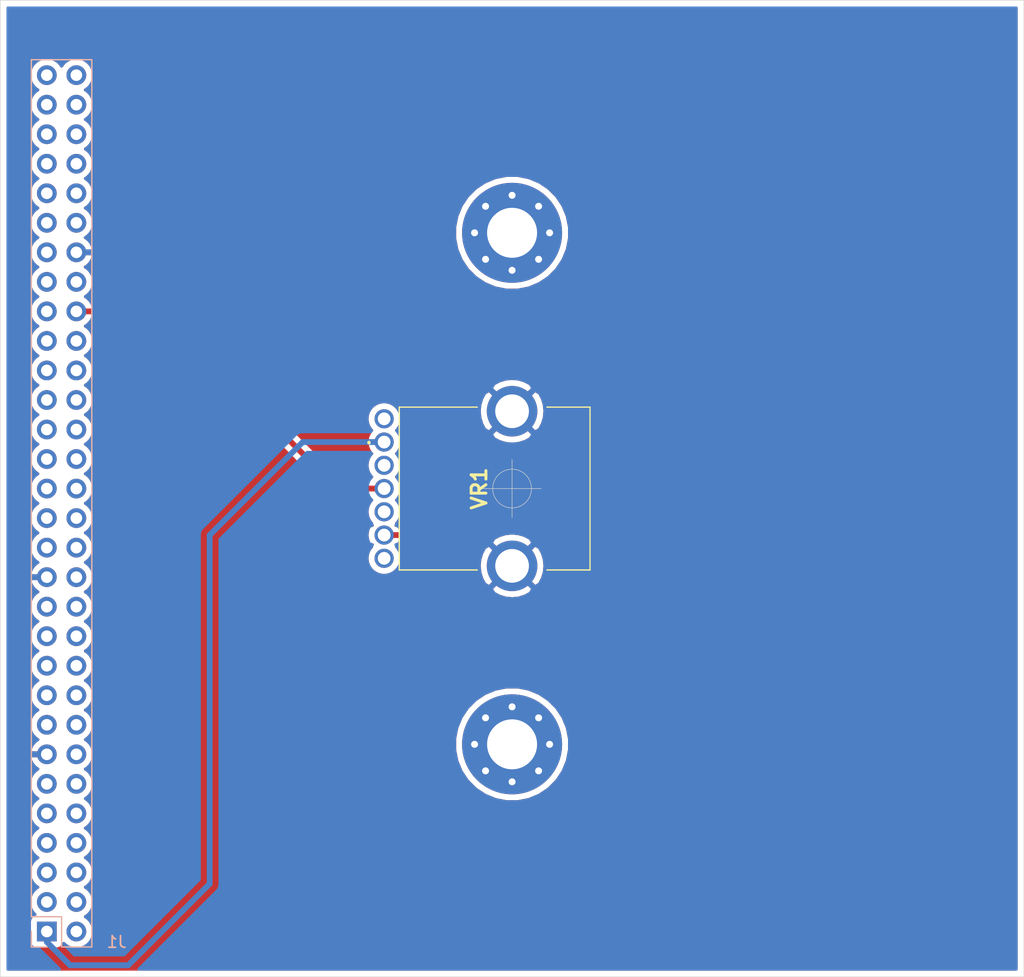
<source format=kicad_pcb>
(kicad_pcb (version 20171130) (host pcbnew "(5.1.6)-1")

  (general
    (thickness 1.6)
    (drawings 5)
    (tracks 11)
    (zones 0)
    (modules 4)
    (nets 4)
  )

  (page A4)
  (layers
    (0 F.Cu signal)
    (31 B.Cu signal)
    (32 B.Adhes user)
    (33 F.Adhes user)
    (34 B.Paste user)
    (35 F.Paste user)
    (36 B.SilkS user)
    (37 F.SilkS user)
    (38 B.Mask user)
    (39 F.Mask user)
    (40 Dwgs.User user)
    (41 Cmts.User user)
    (42 Eco1.User user)
    (43 Eco2.User user)
    (44 Edge.Cuts user)
    (45 Margin user)
    (46 B.CrtYd user)
    (47 F.CrtYd user)
    (48 B.Fab user)
    (49 F.Fab user)
  )

  (setup
    (last_trace_width 0.25)
    (user_trace_width 0.5)
    (trace_clearance 0.2)
    (zone_clearance 0.508)
    (zone_45_only no)
    (trace_min 0.2)
    (via_size 0.8)
    (via_drill 0.4)
    (via_min_size 0.4)
    (via_min_drill 0.3)
    (user_via 6 4.2)
    (uvia_size 0.3)
    (uvia_drill 0.1)
    (uvias_allowed no)
    (uvia_min_size 0.2)
    (uvia_min_drill 0.1)
    (edge_width 0.05)
    (segment_width 0.2)
    (pcb_text_width 0.3)
    (pcb_text_size 1.5 1.5)
    (mod_edge_width 0.12)
    (mod_text_size 1 1)
    (mod_text_width 0.15)
    (pad_size 1.524 1.524)
    (pad_drill 0.762)
    (pad_to_mask_clearance 0.05)
    (aux_axis_origin 80 62)
    (grid_origin 80 62)
    (visible_elements 7FFFFFFF)
    (pcbplotparams
      (layerselection 0x00030_7ffffffe)
      (usegerberextensions false)
      (usegerberattributes true)
      (usegerberadvancedattributes true)
      (creategerberjobfile true)
      (excludeedgelayer true)
      (linewidth 0.100000)
      (plotframeref false)
      (viasonmask false)
      (mode 1)
      (useauxorigin false)
      (hpglpennumber 1)
      (hpglpenspeed 20)
      (hpglpendiameter 15.000000)
      (psnegative false)
      (psa4output false)
      (plotreference true)
      (plotvalue true)
      (plotinvisibletext false)
      (padsonsilk false)
      (subtractmaskfromsilk false)
      (outputformat 3)
      (mirror false)
      (drillshape 0)
      (scaleselection 1)
      (outputdirectory "./"))
  )

  (net 0 "")
  (net 1 3V3)
  (net 2 GND)
  (net 3 SIG_X)

  (net_class Default "This is the default net class."
    (clearance 0.2)
    (trace_width 0.25)
    (via_dia 0.8)
    (via_drill 0.4)
    (uvia_dia 0.3)
    (uvia_drill 0.1)
    (add_net 3V3)
    (add_net GND)
    (add_net SIG_X)
  )

  (module MountingHole:MountingHole_4.3mm_M4_Pad_Via (layer F.Cu) (tedit 56DDBFD7) (tstamp 5EE2CC3D)
    (at 80 84)
    (descr "Mounting Hole 4.3mm, M4")
    (tags "mounting hole 4.3mm m4")
    (attr virtual)
    (fp_text reference REF** (at 0 -5.3) (layer F.SilkS) hide
      (effects (font (size 1 1) (thickness 0.15)))
    )
    (fp_text value MountingHole_4.3mm_M4_Pad_Via (at 0 5.3) (layer F.Fab)
      (effects (font (size 1 1) (thickness 0.15)))
    )
    (fp_circle (center 0 0) (end 4.3 0) (layer Cmts.User) (width 0.15))
    (fp_circle (center 0 0) (end 4.55 0) (layer F.CrtYd) (width 0.05))
    (fp_text user %R (at 0.3 0) (layer F.Fab)
      (effects (font (size 1 1) (thickness 0.15)))
    )
    (pad 1 thru_hole circle (at 2.280419 -2.280419) (size 0.9 0.9) (drill 0.6) (layers *.Cu *.Mask))
    (pad 1 thru_hole circle (at 0 -3.225) (size 0.9 0.9) (drill 0.6) (layers *.Cu *.Mask))
    (pad 1 thru_hole circle (at -2.280419 -2.280419) (size 0.9 0.9) (drill 0.6) (layers *.Cu *.Mask))
    (pad 1 thru_hole circle (at -3.225 0) (size 0.9 0.9) (drill 0.6) (layers *.Cu *.Mask))
    (pad 1 thru_hole circle (at -2.280419 2.280419) (size 0.9 0.9) (drill 0.6) (layers *.Cu *.Mask))
    (pad 1 thru_hole circle (at 0 3.225) (size 0.9 0.9) (drill 0.6) (layers *.Cu *.Mask))
    (pad 1 thru_hole circle (at 2.280419 2.280419) (size 0.9 0.9) (drill 0.6) (layers *.Cu *.Mask))
    (pad 1 thru_hole circle (at 3.225 0) (size 0.9 0.9) (drill 0.6) (layers *.Cu *.Mask))
    (pad 1 thru_hole circle (at 0 0) (size 8.6 8.6) (drill 4.3) (layers *.Cu *.Mask))
  )

  (module MountingHole:MountingHole_4.3mm_M4_Pad_Via (layer F.Cu) (tedit 56DDBFD7) (tstamp 5EE2CC00)
    (at 80 40)
    (descr "Mounting Hole 4.3mm, M4")
    (tags "mounting hole 4.3mm m4")
    (attr virtual)
    (fp_text reference REF** (at 0 -5.3) (layer F.SilkS) hide
      (effects (font (size 1 1) (thickness 0.15)))
    )
    (fp_text value MountingHole_4.3mm_M4_Pad_Via (at 0 5.3) (layer F.Fab)
      (effects (font (size 1 1) (thickness 0.15)))
    )
    (fp_circle (center 0 0) (end 4.3 0) (layer Cmts.User) (width 0.15))
    (fp_circle (center 0 0) (end 4.55 0) (layer F.CrtYd) (width 0.05))
    (fp_text user %R (at 0.3 0) (layer F.Fab)
      (effects (font (size 1 1) (thickness 0.15)))
    )
    (pad 1 thru_hole circle (at 2.280419 -2.280419) (size 0.9 0.9) (drill 0.6) (layers *.Cu *.Mask))
    (pad 1 thru_hole circle (at 0 -3.225) (size 0.9 0.9) (drill 0.6) (layers *.Cu *.Mask))
    (pad 1 thru_hole circle (at -2.280419 -2.280419) (size 0.9 0.9) (drill 0.6) (layers *.Cu *.Mask))
    (pad 1 thru_hole circle (at -3.225 0) (size 0.9 0.9) (drill 0.6) (layers *.Cu *.Mask))
    (pad 1 thru_hole circle (at -2.280419 2.280419) (size 0.9 0.9) (drill 0.6) (layers *.Cu *.Mask))
    (pad 1 thru_hole circle (at 0 3.225) (size 0.9 0.9) (drill 0.6) (layers *.Cu *.Mask))
    (pad 1 thru_hole circle (at 2.280419 2.280419) (size 0.9 0.9) (drill 0.6) (layers *.Cu *.Mask))
    (pad 1 thru_hole circle (at 3.225 0) (size 0.9 0.9) (drill 0.6) (layers *.Cu *.Mask))
    (pad 1 thru_hole circle (at 0 0) (size 8.6 8.6) (drill 4.3) (layers *.Cu *.Mask))
  )

  (module RK14K12C0A1S (layer F.Cu) (tedit 5EE25337) (tstamp 5EE2AB1B)
    (at 80 62 270)
    (descr RK14K12C0A1S-1)
    (tags "Variable Resistor")
    (path /5EE249DA)
    (fp_text reference VR1 (at 0 2.825 90) (layer F.SilkS)
      (effects (font (size 1.27 1.27) (thickness 0.254)))
    )
    (fp_text value RK14K12C0A1S (at 0 2.825 90) (layer F.SilkS) hide
      (effects (font (size 1.27 1.27) (thickness 0.254)))
    )
    (fp_line (start -7 -6.7) (end 7 -6.7) (layer F.Fab) (width 0.2))
    (fp_line (start 7 -6.7) (end 7 9.7) (layer F.Fab) (width 0.2))
    (fp_line (start 7 9.7) (end -7 9.7) (layer F.Fab) (width 0.2))
    (fp_line (start -7 9.7) (end -7 -6.7) (layer F.Fab) (width 0.2))
    (fp_line (start -7 3) (end -7 3) (layer F.SilkS) (width 0.1))
    (fp_line (start -7 3) (end -7 9.7) (layer F.SilkS) (width 0.1))
    (fp_line (start -7 9.7) (end -7 9.7) (layer F.SilkS) (width 0.1))
    (fp_line (start -7 9.7) (end -7 3) (layer F.SilkS) (width 0.1))
    (fp_line (start -7 9.7) (end 7 9.7) (layer F.SilkS) (width 0.1))
    (fp_line (start 7 9.7) (end 7 9.7) (layer F.SilkS) (width 0.1))
    (fp_line (start 7 9.7) (end -7 9.7) (layer F.SilkS) (width 0.1))
    (fp_line (start -7 9.7) (end -7 9.7) (layer F.SilkS) (width 0.1))
    (fp_line (start 7 9.7) (end 7 9.7) (layer F.SilkS) (width 0.1))
    (fp_line (start 7 9.7) (end 7 3) (layer F.SilkS) (width 0.1))
    (fp_line (start 7 3) (end 7 3) (layer F.SilkS) (width 0.1))
    (fp_line (start 7 3) (end 7 9.7) (layer F.SilkS) (width 0.1))
    (fp_line (start 7 -3) (end 7 -3) (layer F.SilkS) (width 0.1))
    (fp_line (start 7 -3) (end 7 -6.7) (layer F.SilkS) (width 0.1))
    (fp_line (start 7 -6.7) (end 7 -6.7) (layer F.SilkS) (width 0.1))
    (fp_line (start 7 -6.7) (end 7 -3) (layer F.SilkS) (width 0.1))
    (fp_line (start 7 -6.7) (end -7 -6.7) (layer F.SilkS) (width 0.1))
    (fp_line (start -7 -6.7) (end -7 -6.7) (layer F.SilkS) (width 0.1))
    (fp_line (start -7 -6.7) (end 7 -6.7) (layer F.SilkS) (width 0.1))
    (fp_line (start 7 -6.7) (end 7 -6.7) (layer F.SilkS) (width 0.1))
    (fp_line (start -7 -6.7) (end -7 -6.7) (layer F.SilkS) (width 0.1))
    (fp_line (start -7 -6.7) (end -7 -3) (layer F.SilkS) (width 0.1))
    (fp_line (start -7 -3) (end -7 -3) (layer F.SilkS) (width 0.1))
    (fp_line (start -7 -3) (end -7 -6.7) (layer F.SilkS) (width 0.1))
    (fp_line (start -9.825 -7.7) (end 9.825 -7.7) (layer F.CrtYd) (width 0.1))
    (fp_line (start 9.825 -7.7) (end 9.825 13.35) (layer F.CrtYd) (width 0.1))
    (fp_line (start 9.825 13.35) (end -9.825 13.35) (layer F.CrtYd) (width 0.1))
    (fp_line (start -9.825 13.35) (end -9.825 -7.7) (layer F.CrtYd) (width 0.1))
    (fp_line (start -4 12.3) (end -4 12.3) (layer F.SilkS) (width 0.2))
    (fp_line (start -3.9 12.3) (end -3.9 12.3) (layer F.SilkS) (width 0.2))
    (fp_line (start -4 12.3) (end -4 12.3) (layer F.SilkS) (width 0.2))
    (fp_text user %R (at 0 2.825 90) (layer F.Fab)
      (effects (font (size 1.27 1.27) (thickness 0.254)))
    )
    (fp_arc (start -3.95 12.3) (end -4 12.3) (angle -180) (layer F.SilkS) (width 0.2))
    (fp_arc (start -3.95 12.3) (end -3.9 12.3) (angle -180) (layer F.SilkS) (width 0.2))
    (fp_arc (start -3.95 12.3) (end -4 12.3) (angle -180) (layer F.SilkS) (width 0.2))
    (pad 1 thru_hole circle (at -4 11 270) (size 1.65 1.65) (drill 1.1) (layers *.Cu *.Mask)
      (net 1 3V3))
    (pad 2 thru_hole circle (at -2 11 270) (size 1.65 1.65) (drill 1.1) (layers *.Cu *.Mask))
    (pad 3 thru_hole circle (at 0 11 270) (size 1.65 1.65) (drill 1.1) (layers *.Cu *.Mask)
      (net 3 SIG_X))
    (pad 4 thru_hole circle (at 2 11 270) (size 1.65 1.65) (drill 1.1) (layers *.Cu *.Mask))
    (pad 5 thru_hole circle (at 4 11 270) (size 1.65 1.65) (drill 1.1) (layers *.Cu *.Mask)
      (net 2 GND))
    (pad 6 thru_hole circle (at 6.65 0 270) (size 4.35 4.35) (drill 2.9) (layers *.Cu *.Mask)
      (net 2 GND))
    (pad 7 thru_hole circle (at -6.65 0 270) (size 4.35 4.35) (drill 2.9) (layers *.Cu *.Mask)
      (net 2 GND))
    (pad D1 thru_hole circle (at -6 11 270) (size 1.65 1.65) (drill 1.1) (layers *.Cu *.Mask))
    (pad D2 thru_hole circle (at 6 11 270) (size 1.65 1.65) (drill 1.1) (layers *.Cu *.Mask))
    (model "A:/TheBlackWolfPack/Bastelstream_Projekte/Wolf Controllers/git/SW001/CAE/electronics/libraries/SamacSys_Parts.3dshapes/RK14K12C0A1S.step"
      (at (xyz 0 0 0))
      (scale (xyz 1 1 1))
      (rotate (xyz 0 0 0))
    )
  )

  (module Connector_PinHeader_2.54mm:PinHeader_2x30_P2.54mm_Vertical (layer B.Cu) (tedit 59FED5CC) (tstamp 5EE2B11E)
    (at 40 100.1)
    (descr "Through hole straight pin header, 2x30, 2.54mm pitch, double rows")
    (tags "Through hole pin header THT 2x30 2.54mm double row")
    (path /5EE26008)
    (fp_text reference J1 (at 6 0.9) (layer B.SilkS)
      (effects (font (size 1 1) (thickness 0.15)) (justify mirror))
    )
    (fp_text value Conn_02x30_Counter_Clockwise (at 1.984999 -76.914999) (layer B.Fab) hide
      (effects (font (size 1 1) (thickness 0.15)) (justify mirror))
    )
    (fp_line (start 0 1.27) (end 3.81 1.27) (layer B.Fab) (width 0.1))
    (fp_line (start 3.81 1.27) (end 3.81 -74.93) (layer B.Fab) (width 0.1))
    (fp_line (start 3.81 -74.93) (end -1.27 -74.93) (layer B.Fab) (width 0.1))
    (fp_line (start -1.27 -74.93) (end -1.27 0) (layer B.Fab) (width 0.1))
    (fp_line (start -1.27 0) (end 0 1.27) (layer B.Fab) (width 0.1))
    (fp_line (start -1.33 -74.99) (end 3.87 -74.99) (layer B.SilkS) (width 0.12))
    (fp_line (start -1.33 -1.27) (end -1.33 -74.99) (layer B.SilkS) (width 0.12))
    (fp_line (start 3.87 1.33) (end 3.87 -74.99) (layer B.SilkS) (width 0.12))
    (fp_line (start -1.33 -1.27) (end 1.27 -1.27) (layer B.SilkS) (width 0.12))
    (fp_line (start 1.27 -1.27) (end 1.27 1.33) (layer B.SilkS) (width 0.12))
    (fp_line (start 1.27 1.33) (end 3.87 1.33) (layer B.SilkS) (width 0.12))
    (fp_line (start -1.33 0) (end -1.33 1.33) (layer B.SilkS) (width 0.12))
    (fp_line (start -1.33 1.33) (end 0 1.33) (layer B.SilkS) (width 0.12))
    (fp_line (start -1.8 1.8) (end -1.8 -75.45) (layer B.CrtYd) (width 0.05))
    (fp_line (start -1.8 -75.45) (end 4.35 -75.45) (layer B.CrtYd) (width 0.05))
    (fp_line (start 4.35 -75.45) (end 4.35 1.8) (layer B.CrtYd) (width 0.05))
    (fp_line (start 4.35 1.8) (end -1.8 1.8) (layer B.CrtYd) (width 0.05))
    (fp_text user %R (at 5.794999 -32.464999 90) (layer B.Fab)
      (effects (font (size 1 1) (thickness 0.15)) (justify mirror))
    )
    (pad 1 thru_hole rect (at 0 0) (size 1.7 1.7) (drill 1) (layers *.Cu *.Mask)
      (net 1 3V3))
    (pad 2 thru_hole oval (at 2.54 0) (size 1.7 1.7) (drill 1) (layers *.Cu *.Mask))
    (pad 3 thru_hole oval (at 0 -2.54) (size 1.7 1.7) (drill 1) (layers *.Cu *.Mask))
    (pad 4 thru_hole oval (at 2.54 -2.54) (size 1.7 1.7) (drill 1) (layers *.Cu *.Mask))
    (pad 5 thru_hole oval (at 0 -5.08) (size 1.7 1.7) (drill 1) (layers *.Cu *.Mask))
    (pad 6 thru_hole oval (at 2.54 -5.08) (size 1.7 1.7) (drill 1) (layers *.Cu *.Mask))
    (pad 7 thru_hole oval (at 0 -7.62) (size 1.7 1.7) (drill 1) (layers *.Cu *.Mask))
    (pad 8 thru_hole oval (at 2.54 -7.62) (size 1.7 1.7) (drill 1) (layers *.Cu *.Mask))
    (pad 9 thru_hole oval (at 0 -10.16) (size 1.7 1.7) (drill 1) (layers *.Cu *.Mask))
    (pad 10 thru_hole oval (at 2.54 -10.16) (size 1.7 1.7) (drill 1) (layers *.Cu *.Mask))
    (pad 11 thru_hole oval (at 0 -12.7) (size 1.7 1.7) (drill 1) (layers *.Cu *.Mask))
    (pad 12 thru_hole oval (at 2.54 -12.7) (size 1.7 1.7) (drill 1) (layers *.Cu *.Mask))
    (pad 13 thru_hole oval (at 0 -15.24) (size 1.7 1.7) (drill 1) (layers *.Cu *.Mask)
      (net 2 GND))
    (pad 14 thru_hole oval (at 2.54 -15.24) (size 1.7 1.7) (drill 1) (layers *.Cu *.Mask))
    (pad 15 thru_hole oval (at 0 -17.78) (size 1.7 1.7) (drill 1) (layers *.Cu *.Mask))
    (pad 16 thru_hole oval (at 2.54 -17.78) (size 1.7 1.7) (drill 1) (layers *.Cu *.Mask))
    (pad 17 thru_hole oval (at 0 -20.32) (size 1.7 1.7) (drill 1) (layers *.Cu *.Mask))
    (pad 18 thru_hole oval (at 2.54 -20.32) (size 1.7 1.7) (drill 1) (layers *.Cu *.Mask))
    (pad 19 thru_hole oval (at 0 -22.86) (size 1.7 1.7) (drill 1) (layers *.Cu *.Mask))
    (pad 20 thru_hole oval (at 2.54 -22.86) (size 1.7 1.7) (drill 1) (layers *.Cu *.Mask))
    (pad 21 thru_hole oval (at 0 -25.4) (size 1.7 1.7) (drill 1) (layers *.Cu *.Mask))
    (pad 22 thru_hole oval (at 2.54 -25.4) (size 1.7 1.7) (drill 1) (layers *.Cu *.Mask))
    (pad 23 thru_hole oval (at 0 -27.94) (size 1.7 1.7) (drill 1) (layers *.Cu *.Mask))
    (pad 24 thru_hole oval (at 2.54 -27.94) (size 1.7 1.7) (drill 1) (layers *.Cu *.Mask))
    (pad 25 thru_hole oval (at 0 -30.48) (size 1.7 1.7) (drill 1) (layers *.Cu *.Mask)
      (net 2 GND))
    (pad 26 thru_hole oval (at 2.54 -30.48) (size 1.7 1.7) (drill 1) (layers *.Cu *.Mask))
    (pad 27 thru_hole oval (at 0 -33.02) (size 1.7 1.7) (drill 1) (layers *.Cu *.Mask))
    (pad 28 thru_hole oval (at 2.54 -33.02) (size 1.7 1.7) (drill 1) (layers *.Cu *.Mask))
    (pad 29 thru_hole oval (at 0 -35.56) (size 1.7 1.7) (drill 1) (layers *.Cu *.Mask))
    (pad 30 thru_hole oval (at 2.54 -35.56) (size 1.7 1.7) (drill 1) (layers *.Cu *.Mask))
    (pad 31 thru_hole oval (at 0 -38.1) (size 1.7 1.7) (drill 1) (layers *.Cu *.Mask))
    (pad 32 thru_hole oval (at 2.54 -38.1) (size 1.7 1.7) (drill 1) (layers *.Cu *.Mask))
    (pad 33 thru_hole oval (at 0 -40.64) (size 1.7 1.7) (drill 1) (layers *.Cu *.Mask))
    (pad 34 thru_hole oval (at 2.54 -40.64) (size 1.7 1.7) (drill 1) (layers *.Cu *.Mask))
    (pad 35 thru_hole oval (at 0 -43.18) (size 1.7 1.7) (drill 1) (layers *.Cu *.Mask))
    (pad 36 thru_hole oval (at 2.54 -43.18) (size 1.7 1.7) (drill 1) (layers *.Cu *.Mask))
    (pad 37 thru_hole oval (at 0 -45.72) (size 1.7 1.7) (drill 1) (layers *.Cu *.Mask))
    (pad 38 thru_hole oval (at 2.54 -45.72) (size 1.7 1.7) (drill 1) (layers *.Cu *.Mask))
    (pad 39 thru_hole oval (at 0 -48.26) (size 1.7 1.7) (drill 1) (layers *.Cu *.Mask))
    (pad 40 thru_hole oval (at 2.54 -48.26) (size 1.7 1.7) (drill 1) (layers *.Cu *.Mask))
    (pad 41 thru_hole oval (at 0 -50.8) (size 1.7 1.7) (drill 1) (layers *.Cu *.Mask))
    (pad 42 thru_hole oval (at 2.54 -50.8) (size 1.7 1.7) (drill 1) (layers *.Cu *.Mask))
    (pad 43 thru_hole oval (at 0 -53.34) (size 1.7 1.7) (drill 1) (layers *.Cu *.Mask))
    (pad 44 thru_hole oval (at 2.54 -53.34) (size 1.7 1.7) (drill 1) (layers *.Cu *.Mask)
      (net 3 SIG_X))
    (pad 45 thru_hole oval (at 0 -55.88) (size 1.7 1.7) (drill 1) (layers *.Cu *.Mask))
    (pad 46 thru_hole oval (at 2.54 -55.88) (size 1.7 1.7) (drill 1) (layers *.Cu *.Mask))
    (pad 47 thru_hole oval (at 0 -58.42) (size 1.7 1.7) (drill 1) (layers *.Cu *.Mask))
    (pad 48 thru_hole oval (at 2.54 -58.42) (size 1.7 1.7) (drill 1) (layers *.Cu *.Mask)
      (net 2 GND))
    (pad 49 thru_hole oval (at 0 -60.96) (size 1.7 1.7) (drill 1) (layers *.Cu *.Mask))
    (pad 50 thru_hole oval (at 2.54 -60.96) (size 1.7 1.7) (drill 1) (layers *.Cu *.Mask))
    (pad 51 thru_hole oval (at 0 -63.5) (size 1.7 1.7) (drill 1) (layers *.Cu *.Mask))
    (pad 52 thru_hole oval (at 2.54 -63.5) (size 1.7 1.7) (drill 1) (layers *.Cu *.Mask))
    (pad 53 thru_hole oval (at 0 -66.04) (size 1.7 1.7) (drill 1) (layers *.Cu *.Mask))
    (pad 54 thru_hole oval (at 2.54 -66.04) (size 1.7 1.7) (drill 1) (layers *.Cu *.Mask))
    (pad 55 thru_hole oval (at 0 -68.58) (size 1.7 1.7) (drill 1) (layers *.Cu *.Mask))
    (pad 56 thru_hole oval (at 2.54 -68.58) (size 1.7 1.7) (drill 1) (layers *.Cu *.Mask))
    (pad 57 thru_hole oval (at 0 -71.12) (size 1.7 1.7) (drill 1) (layers *.Cu *.Mask))
    (pad 58 thru_hole oval (at 2.54 -71.12) (size 1.7 1.7) (drill 1) (layers *.Cu *.Mask))
    (pad 59 thru_hole oval (at 0 -73.66) (size 1.7 1.7) (drill 1) (layers *.Cu *.Mask))
    (pad 60 thru_hole oval (at 2.54 -73.66) (size 1.7 1.7) (drill 1) (layers *.Cu *.Mask))
    (model ${KISYS3DMOD}/Connector_PinHeader_2.54mm.3dshapes/PinHeader_2x30_P2.54mm_Vertical.wrl
      (at (xyz 0 0 0))
      (scale (xyz 1 1 1))
      (rotate (xyz 0 0 0))
    )
  )

  (target plus (at 80 62) (size 5) (width 0.05) (layer Edge.Cuts))
  (gr_line (start 36 20) (end 36 104) (layer Edge.Cuts) (width 0.05) (tstamp 5EE2B9D4))
  (gr_line (start 124 20) (end 36 20) (layer Edge.Cuts) (width 0.05))
  (gr_line (start 124 104) (end 124 20) (layer Edge.Cuts) (width 0.05))
  (gr_line (start 36 104) (end 124 104) (layer Edge.Cuts) (width 0.05))

  (segment (start 40 100.1) (end 40 101) (width 0.5) (layer B.Cu) (net 1))
  (segment (start 40 101) (end 42 103) (width 0.5) (layer B.Cu) (net 1))
  (segment (start 42 103) (end 47 103) (width 0.5) (layer B.Cu) (net 1))
  (segment (start 47 103) (end 54 96) (width 0.5) (layer B.Cu) (net 1))
  (segment (start 54 96) (end 54 66) (width 0.5) (layer B.Cu) (net 1))
  (segment (start 62 58) (end 69 58) (width 0.5) (layer B.Cu) (net 1))
  (segment (start 54 66) (end 62 58) (width 0.5) (layer B.Cu) (net 1))
  (segment (start 69 66) (end 71 66) (width 0.5) (layer F.Cu) (net 2))
  (segment (start 69 62) (end 65 62) (width 0.5) (layer F.Cu) (net 3))
  (segment (start 49.76 46.76) (end 42.54 46.76) (width 0.5) (layer F.Cu) (net 3))
  (segment (start 65 62) (end 49.76 46.76) (width 0.5) (layer F.Cu) (net 3))

  (zone (net 2) (net_name GND) (layer F.Cu) (tstamp 5EE2CDAB) (hatch edge 0.508)
    (connect_pads (clearance 0.508))
    (min_thickness 0.254)
    (fill yes (arc_segments 32) (thermal_gap 0.508) (thermal_bridge_width 0.508))
    (polygon
      (pts
        (xy 124 104) (xy 36 104) (xy 36 20) (xy 124 20)
      )
    )
    (filled_polygon
      (pts
        (xy 123.34 103.34) (xy 36.66 103.34) (xy 36.66 99.25) (xy 38.511928 99.25) (xy 38.511928 100.95)
        (xy 38.524188 101.074482) (xy 38.560498 101.19418) (xy 38.619463 101.304494) (xy 38.698815 101.401185) (xy 38.795506 101.480537)
        (xy 38.90582 101.539502) (xy 39.025518 101.575812) (xy 39.15 101.588072) (xy 40.85 101.588072) (xy 40.974482 101.575812)
        (xy 41.09418 101.539502) (xy 41.204494 101.480537) (xy 41.301185 101.401185) (xy 41.380537 101.304494) (xy 41.439502 101.19418)
        (xy 41.461513 101.12162) (xy 41.593368 101.253475) (xy 41.836589 101.41599) (xy 42.106842 101.527932) (xy 42.39374 101.585)
        (xy 42.68626 101.585) (xy 42.973158 101.527932) (xy 43.243411 101.41599) (xy 43.486632 101.253475) (xy 43.693475 101.046632)
        (xy 43.85599 100.803411) (xy 43.967932 100.533158) (xy 44.025 100.24626) (xy 44.025 99.95374) (xy 43.967932 99.666842)
        (xy 43.85599 99.396589) (xy 43.693475 99.153368) (xy 43.486632 98.946525) (xy 43.31224 98.83) (xy 43.486632 98.713475)
        (xy 43.693475 98.506632) (xy 43.85599 98.263411) (xy 43.967932 97.993158) (xy 44.025 97.70626) (xy 44.025 97.41374)
        (xy 43.967932 97.126842) (xy 43.85599 96.856589) (xy 43.693475 96.613368) (xy 43.486632 96.406525) (xy 43.31224 96.29)
        (xy 43.486632 96.173475) (xy 43.693475 95.966632) (xy 43.85599 95.723411) (xy 43.967932 95.453158) (xy 44.025 95.16626)
        (xy 44.025 94.87374) (xy 43.967932 94.586842) (xy 43.85599 94.316589) (xy 43.693475 94.073368) (xy 43.486632 93.866525)
        (xy 43.31224 93.75) (xy 43.486632 93.633475) (xy 43.693475 93.426632) (xy 43.85599 93.183411) (xy 43.967932 92.913158)
        (xy 44.025 92.62626) (xy 44.025 92.33374) (xy 43.967932 92.046842) (xy 43.85599 91.776589) (xy 43.693475 91.533368)
        (xy 43.486632 91.326525) (xy 43.31224 91.21) (xy 43.486632 91.093475) (xy 43.693475 90.886632) (xy 43.85599 90.643411)
        (xy 43.967932 90.373158) (xy 44.025 90.08626) (xy 44.025 89.79374) (xy 43.967932 89.506842) (xy 43.85599 89.236589)
        (xy 43.693475 88.993368) (xy 43.486632 88.786525) (xy 43.31224 88.67) (xy 43.486632 88.553475) (xy 43.693475 88.346632)
        (xy 43.85599 88.103411) (xy 43.967932 87.833158) (xy 44.025 87.54626) (xy 44.025 87.25374) (xy 43.967932 86.966842)
        (xy 43.85599 86.696589) (xy 43.693475 86.453368) (xy 43.486632 86.246525) (xy 43.31224 86.13) (xy 43.486632 86.013475)
        (xy 43.693475 85.806632) (xy 43.85599 85.563411) (xy 43.967932 85.293158) (xy 44.025 85.00626) (xy 44.025 84.71374)
        (xy 43.967932 84.426842) (xy 43.85599 84.156589) (xy 43.693475 83.913368) (xy 43.486632 83.706525) (xy 43.31224 83.59)
        (xy 43.426064 83.513945) (xy 75.065 83.513945) (xy 75.065 84.486055) (xy 75.25465 85.439486) (xy 75.62666 86.337599)
        (xy 76.166735 87.145879) (xy 76.854121 87.833265) (xy 77.662401 88.37334) (xy 78.560514 88.74535) (xy 79.513945 88.935)
        (xy 80.486055 88.935) (xy 81.439486 88.74535) (xy 82.337599 88.37334) (xy 83.145879 87.833265) (xy 83.833265 87.145879)
        (xy 84.37334 86.337599) (xy 84.74535 85.439486) (xy 84.935 84.486055) (xy 84.935 83.513945) (xy 84.74535 82.560514)
        (xy 84.37334 81.662401) (xy 83.833265 80.854121) (xy 83.145879 80.166735) (xy 82.337599 79.62666) (xy 81.439486 79.25465)
        (xy 80.486055 79.065) (xy 79.513945 79.065) (xy 78.560514 79.25465) (xy 77.662401 79.62666) (xy 76.854121 80.166735)
        (xy 76.166735 80.854121) (xy 75.62666 81.662401) (xy 75.25465 82.560514) (xy 75.065 83.513945) (xy 43.426064 83.513945)
        (xy 43.486632 83.473475) (xy 43.693475 83.266632) (xy 43.85599 83.023411) (xy 43.967932 82.753158) (xy 44.025 82.46626)
        (xy 44.025 82.17374) (xy 43.967932 81.886842) (xy 43.85599 81.616589) (xy 43.693475 81.373368) (xy 43.486632 81.166525)
        (xy 43.31224 81.05) (xy 43.486632 80.933475) (xy 43.693475 80.726632) (xy 43.85599 80.483411) (xy 43.967932 80.213158)
        (xy 44.025 79.92626) (xy 44.025 79.63374) (xy 43.967932 79.346842) (xy 43.85599 79.076589) (xy 43.693475 78.833368)
        (xy 43.486632 78.626525) (xy 43.31224 78.51) (xy 43.486632 78.393475) (xy 43.693475 78.186632) (xy 43.85599 77.943411)
        (xy 43.967932 77.673158) (xy 44.025 77.38626) (xy 44.025 77.09374) (xy 43.967932 76.806842) (xy 43.85599 76.536589)
        (xy 43.693475 76.293368) (xy 43.486632 76.086525) (xy 43.31224 75.97) (xy 43.486632 75.853475) (xy 43.693475 75.646632)
        (xy 43.85599 75.403411) (xy 43.967932 75.133158) (xy 44.025 74.84626) (xy 44.025 74.55374) (xy 43.967932 74.266842)
        (xy 43.85599 73.996589) (xy 43.693475 73.753368) (xy 43.486632 73.546525) (xy 43.31224 73.43) (xy 43.486632 73.313475)
        (xy 43.693475 73.106632) (xy 43.85599 72.863411) (xy 43.967932 72.593158) (xy 44.025 72.30626) (xy 44.025 72.01374)
        (xy 43.967932 71.726842) (xy 43.85599 71.456589) (xy 43.693475 71.213368) (xy 43.486632 71.006525) (xy 43.31224 70.89)
        (xy 43.486632 70.773475) (xy 43.638115 70.621992) (xy 78.207613 70.621992) (xy 78.444757 71.006674) (xy 78.934405 71.264804)
        (xy 79.465003 71.422448) (xy 80.016161 71.473549) (xy 80.566698 71.416142) (xy 81.095457 71.252434) (xy 81.555243 71.006674)
        (xy 81.792387 70.621992) (xy 80 68.829605) (xy 78.207613 70.621992) (xy 43.638115 70.621992) (xy 43.693475 70.566632)
        (xy 43.85599 70.323411) (xy 43.967932 70.053158) (xy 44.025 69.76626) (xy 44.025 69.47374) (xy 43.967932 69.186842)
        (xy 43.85599 68.916589) (xy 43.693475 68.673368) (xy 43.486632 68.466525) (xy 43.31224 68.35) (xy 43.486632 68.233475)
        (xy 43.693475 68.026632) (xy 43.85599 67.783411) (xy 43.967932 67.513158) (xy 44.025 67.22626) (xy 44.025 66.93374)
        (xy 43.967932 66.646842) (xy 43.85599 66.376589) (xy 43.693475 66.133368) (xy 43.486632 65.926525) (xy 43.31224 65.81)
        (xy 43.486632 65.693475) (xy 43.693475 65.486632) (xy 43.85599 65.243411) (xy 43.967932 64.973158) (xy 44.025 64.68626)
        (xy 44.025 64.39374) (xy 43.967932 64.106842) (xy 43.85599 63.836589) (xy 43.693475 63.593368) (xy 43.486632 63.386525)
        (xy 43.31224 63.27) (xy 43.486632 63.153475) (xy 43.693475 62.946632) (xy 43.85599 62.703411) (xy 43.967932 62.433158)
        (xy 44.025 62.14626) (xy 44.025 61.85374) (xy 43.967932 61.566842) (xy 43.85599 61.296589) (xy 43.693475 61.053368)
        (xy 43.486632 60.846525) (xy 43.31224 60.73) (xy 43.486632 60.613475) (xy 43.693475 60.406632) (xy 43.85599 60.163411)
        (xy 43.967932 59.893158) (xy 44.025 59.60626) (xy 44.025 59.31374) (xy 43.967932 59.026842) (xy 43.85599 58.756589)
        (xy 43.693475 58.513368) (xy 43.486632 58.306525) (xy 43.31224 58.19) (xy 43.486632 58.073475) (xy 43.693475 57.866632)
        (xy 43.85599 57.623411) (xy 43.967932 57.353158) (xy 44.025 57.06626) (xy 44.025 56.77374) (xy 43.967932 56.486842)
        (xy 43.85599 56.216589) (xy 43.693475 55.973368) (xy 43.486632 55.766525) (xy 43.31224 55.65) (xy 43.486632 55.533475)
        (xy 43.693475 55.326632) (xy 43.85599 55.083411) (xy 43.967932 54.813158) (xy 44.025 54.52626) (xy 44.025 54.23374)
        (xy 43.967932 53.946842) (xy 43.85599 53.676589) (xy 43.693475 53.433368) (xy 43.486632 53.226525) (xy 43.31224 53.11)
        (xy 43.486632 52.993475) (xy 43.693475 52.786632) (xy 43.85599 52.543411) (xy 43.967932 52.273158) (xy 44.025 51.98626)
        (xy 44.025 51.69374) (xy 43.967932 51.406842) (xy 43.85599 51.136589) (xy 43.693475 50.893368) (xy 43.486632 50.686525)
        (xy 43.31224 50.57) (xy 43.486632 50.453475) (xy 43.693475 50.246632) (xy 43.85599 50.003411) (xy 43.967932 49.733158)
        (xy 44.025 49.44626) (xy 44.025 49.15374) (xy 43.967932 48.866842) (xy 43.85599 48.596589) (xy 43.693475 48.353368)
        (xy 43.486632 48.146525) (xy 43.31224 48.03) (xy 43.486632 47.913475) (xy 43.693475 47.706632) (xy 43.734656 47.645)
        (xy 49.393422 47.645) (xy 64.34347 62.595049) (xy 64.371183 62.628817) (xy 64.404951 62.65653) (xy 64.404953 62.656532)
        (xy 64.505941 62.739411) (xy 64.659686 62.821589) (xy 64.82651 62.872195) (xy 64.956523 62.885) (xy 64.956531 62.885)
        (xy 65 62.889281) (xy 65.043469 62.885) (xy 67.835411 62.885) (xy 67.865944 62.930696) (xy 67.935248 63)
        (xy 67.865944 63.069304) (xy 67.706165 63.308431) (xy 67.596107 63.574134) (xy 67.54 63.856203) (xy 67.54 64.143797)
        (xy 67.596107 64.425866) (xy 67.706165 64.691569) (xy 67.865944 64.930696) (xy 67.930687 64.995439) (xy 67.873259 65.052867)
        (xy 67.989447 65.169055) (xy 67.742927 65.243663) (xy 67.619527 65.503439) (xy 67.549177 65.782297) (xy 67.534583 66.069521)
        (xy 67.576303 66.354074) (xy 67.672735 66.62502) (xy 67.742927 66.756337) (xy 67.989447 66.830945) (xy 67.873259 66.947133)
        (xy 67.930687 67.004561) (xy 67.865944 67.069304) (xy 67.706165 67.308431) (xy 67.596107 67.574134) (xy 67.54 67.856203)
        (xy 67.54 68.143797) (xy 67.596107 68.425866) (xy 67.706165 68.691569) (xy 67.865944 68.930696) (xy 68.069304 69.134056)
        (xy 68.308431 69.293835) (xy 68.574134 69.403893) (xy 68.856203 69.46) (xy 69.143797 69.46) (xy 69.425866 69.403893)
        (xy 69.691569 69.293835) (xy 69.930696 69.134056) (xy 70.134056 68.930696) (xy 70.293835 68.691569) (xy 70.304359 68.666161)
        (xy 77.176451 68.666161) (xy 77.233858 69.216698) (xy 77.397566 69.745457) (xy 77.643326 70.205243) (xy 78.028008 70.442387)
        (xy 79.820395 68.65) (xy 80.179605 68.65) (xy 81.971992 70.442387) (xy 82.356674 70.205243) (xy 82.614804 69.715595)
        (xy 82.772448 69.184997) (xy 82.823549 68.633839) (xy 82.766142 68.083302) (xy 82.602434 67.554543) (xy 82.356674 67.094757)
        (xy 81.971992 66.857613) (xy 80.179605 68.65) (xy 79.820395 68.65) (xy 78.028008 66.857613) (xy 77.643326 67.094757)
        (xy 77.385196 67.584405) (xy 77.227552 68.115003) (xy 77.176451 68.666161) (xy 70.304359 68.666161) (xy 70.403893 68.425866)
        (xy 70.46 68.143797) (xy 70.46 67.856203) (xy 70.403893 67.574134) (xy 70.293835 67.308431) (xy 70.134056 67.069304)
        (xy 70.069313 67.004561) (xy 70.126741 66.947133) (xy 70.010553 66.830945) (xy 70.257073 66.756337) (xy 70.294281 66.678008)
        (xy 78.207613 66.678008) (xy 80 68.470395) (xy 81.792387 66.678008) (xy 81.555243 66.293326) (xy 81.065595 66.035196)
        (xy 80.534997 65.877552) (xy 79.983839 65.826451) (xy 79.433302 65.883858) (xy 78.904543 66.047566) (xy 78.444757 66.293326)
        (xy 78.207613 66.678008) (xy 70.294281 66.678008) (xy 70.380473 66.496561) (xy 70.450823 66.217703) (xy 70.465417 65.930479)
        (xy 70.423697 65.645926) (xy 70.327265 65.37498) (xy 70.257073 65.243663) (xy 70.010553 65.169055) (xy 70.126741 65.052867)
        (xy 70.069313 64.995439) (xy 70.134056 64.930696) (xy 70.293835 64.691569) (xy 70.403893 64.425866) (xy 70.46 64.143797)
        (xy 70.46 63.856203) (xy 70.403893 63.574134) (xy 70.293835 63.308431) (xy 70.134056 63.069304) (xy 70.064752 63)
        (xy 70.134056 62.930696) (xy 70.293835 62.691569) (xy 70.403893 62.425866) (xy 70.46 62.143797) (xy 70.46 61.856203)
        (xy 70.403893 61.574134) (xy 70.293835 61.308431) (xy 70.134056 61.069304) (xy 70.064752 61) (xy 70.134056 60.930696)
        (xy 70.293835 60.691569) (xy 70.403893 60.425866) (xy 70.46 60.143797) (xy 70.46 59.856203) (xy 70.403893 59.574134)
        (xy 70.293835 59.308431) (xy 70.134056 59.069304) (xy 70.064752 59) (xy 70.134056 58.930696) (xy 70.293835 58.691569)
        (xy 70.403893 58.425866) (xy 70.46 58.143797) (xy 70.46 57.856203) (xy 70.403893 57.574134) (xy 70.299453 57.321992)
        (xy 78.207613 57.321992) (xy 78.444757 57.706674) (xy 78.934405 57.964804) (xy 79.465003 58.122448) (xy 80.016161 58.173549)
        (xy 80.566698 58.116142) (xy 81.095457 57.952434) (xy 81.555243 57.706674) (xy 81.792387 57.321992) (xy 80 55.529605)
        (xy 78.207613 57.321992) (xy 70.299453 57.321992) (xy 70.293835 57.308431) (xy 70.134056 57.069304) (xy 70.064752 57)
        (xy 70.134056 56.930696) (xy 70.293835 56.691569) (xy 70.403893 56.425866) (xy 70.46 56.143797) (xy 70.46 55.856203)
        (xy 70.403893 55.574134) (xy 70.317748 55.366161) (xy 77.176451 55.366161) (xy 77.233858 55.916698) (xy 77.397566 56.445457)
        (xy 77.643326 56.905243) (xy 78.028008 57.142387) (xy 79.820395 55.35) (xy 80.179605 55.35) (xy 81.971992 57.142387)
        (xy 82.356674 56.905243) (xy 82.614804 56.415595) (xy 82.772448 55.884997) (xy 82.823549 55.333839) (xy 82.766142 54.783302)
        (xy 82.602434 54.254543) (xy 82.356674 53.794757) (xy 81.971992 53.557613) (xy 80.179605 55.35) (xy 79.820395 55.35)
        (xy 78.028008 53.557613) (xy 77.643326 53.794757) (xy 77.385196 54.284405) (xy 77.227552 54.815003) (xy 77.176451 55.366161)
        (xy 70.317748 55.366161) (xy 70.293835 55.308431) (xy 70.134056 55.069304) (xy 69.930696 54.865944) (xy 69.691569 54.706165)
        (xy 69.425866 54.596107) (xy 69.143797 54.54) (xy 68.856203 54.54) (xy 68.574134 54.596107) (xy 68.308431 54.706165)
        (xy 68.069304 54.865944) (xy 67.865944 55.069304) (xy 67.706165 55.308431) (xy 67.596107 55.574134) (xy 67.54 55.856203)
        (xy 67.54 56.143797) (xy 67.596107 56.425866) (xy 67.706165 56.691569) (xy 67.865944 56.930696) (xy 67.935248 57)
        (xy 67.865944 57.069304) (xy 67.706165 57.308431) (xy 67.596107 57.574134) (xy 67.54 57.856203) (xy 67.54 58.143797)
        (xy 67.596107 58.425866) (xy 67.706165 58.691569) (xy 67.865944 58.930696) (xy 67.935248 59) (xy 67.865944 59.069304)
        (xy 67.706165 59.308431) (xy 67.596107 59.574134) (xy 67.54 59.856203) (xy 67.54 60.143797) (xy 67.596107 60.425866)
        (xy 67.706165 60.691569) (xy 67.865944 60.930696) (xy 67.935248 61) (xy 67.865944 61.069304) (xy 67.835411 61.115)
        (xy 65.366579 61.115) (xy 57.629587 53.378008) (xy 78.207613 53.378008) (xy 80 55.170395) (xy 81.792387 53.378008)
        (xy 81.555243 52.993326) (xy 81.065595 52.735196) (xy 80.534997 52.577552) (xy 79.983839 52.526451) (xy 79.433302 52.583858)
        (xy 78.904543 52.747566) (xy 78.444757 52.993326) (xy 78.207613 53.378008) (xy 57.629587 53.378008) (xy 50.416534 46.164956)
        (xy 50.388817 46.131183) (xy 50.254059 46.020589) (xy 50.100313 45.938411) (xy 49.93349 45.887805) (xy 49.803477 45.875)
        (xy 49.803469 45.875) (xy 49.76 45.870719) (xy 49.716531 45.875) (xy 43.734656 45.875) (xy 43.693475 45.813368)
        (xy 43.486632 45.606525) (xy 43.31224 45.49) (xy 43.486632 45.373475) (xy 43.693475 45.166632) (xy 43.85599 44.923411)
        (xy 43.967932 44.653158) (xy 44.025 44.36626) (xy 44.025 44.07374) (xy 43.967932 43.786842) (xy 43.85599 43.516589)
        (xy 43.693475 43.273368) (xy 43.486632 43.066525) (xy 43.304466 42.944805) (xy 43.421355 42.875178) (xy 43.637588 42.680269)
        (xy 43.811641 42.44692) (xy 43.936825 42.184099) (xy 43.981476 42.03689) (xy 43.860155 41.807) (xy 42.667 41.807)
        (xy 42.667 41.827) (xy 42.413 41.827) (xy 42.413 41.807) (xy 42.393 41.807) (xy 42.393 41.553)
        (xy 42.413 41.553) (xy 42.413 41.533) (xy 42.667 41.533) (xy 42.667 41.553) (xy 43.860155 41.553)
        (xy 43.981476 41.32311) (xy 43.936825 41.175901) (xy 43.811641 40.91308) (xy 43.637588 40.679731) (xy 43.421355 40.484822)
        (xy 43.304466 40.415195) (xy 43.486632 40.293475) (xy 43.693475 40.086632) (xy 43.85599 39.843411) (xy 43.967932 39.573158)
        (xy 43.97971 39.513945) (xy 75.065 39.513945) (xy 75.065 40.486055) (xy 75.25465 41.439486) (xy 75.62666 42.337599)
        (xy 76.166735 43.145879) (xy 76.854121 43.833265) (xy 77.662401 44.37334) (xy 78.560514 44.74535) (xy 79.513945 44.935)
        (xy 80.486055 44.935) (xy 81.439486 44.74535) (xy 82.337599 44.37334) (xy 83.145879 43.833265) (xy 83.833265 43.145879)
        (xy 84.37334 42.337599) (xy 84.74535 41.439486) (xy 84.935 40.486055) (xy 84.935 39.513945) (xy 84.74535 38.560514)
        (xy 84.37334 37.662401) (xy 83.833265 36.854121) (xy 83.145879 36.166735) (xy 82.337599 35.62666) (xy 81.439486 35.25465)
        (xy 80.486055 35.065) (xy 79.513945 35.065) (xy 78.560514 35.25465) (xy 77.662401 35.62666) (xy 76.854121 36.166735)
        (xy 76.166735 36.854121) (xy 75.62666 37.662401) (xy 75.25465 38.560514) (xy 75.065 39.513945) (xy 43.97971 39.513945)
        (xy 44.025 39.28626) (xy 44.025 38.99374) (xy 43.967932 38.706842) (xy 43.85599 38.436589) (xy 43.693475 38.193368)
        (xy 43.486632 37.986525) (xy 43.31224 37.87) (xy 43.486632 37.753475) (xy 43.693475 37.546632) (xy 43.85599 37.303411)
        (xy 43.967932 37.033158) (xy 44.025 36.74626) (xy 44.025 36.45374) (xy 43.967932 36.166842) (xy 43.85599 35.896589)
        (xy 43.693475 35.653368) (xy 43.486632 35.446525) (xy 43.31224 35.33) (xy 43.486632 35.213475) (xy 43.693475 35.006632)
        (xy 43.85599 34.763411) (xy 43.967932 34.493158) (xy 44.025 34.20626) (xy 44.025 33.91374) (xy 43.967932 33.626842)
        (xy 43.85599 33.356589) (xy 43.693475 33.113368) (xy 43.486632 32.906525) (xy 43.31224 32.79) (xy 43.486632 32.673475)
        (xy 43.693475 32.466632) (xy 43.85599 32.223411) (xy 43.967932 31.953158) (xy 44.025 31.66626) (xy 44.025 31.37374)
        (xy 43.967932 31.086842) (xy 43.85599 30.816589) (xy 43.693475 30.573368) (xy 43.486632 30.366525) (xy 43.31224 30.25)
        (xy 43.486632 30.133475) (xy 43.693475 29.926632) (xy 43.85599 29.683411) (xy 43.967932 29.413158) (xy 44.025 29.12626)
        (xy 44.025 28.83374) (xy 43.967932 28.546842) (xy 43.85599 28.276589) (xy 43.693475 28.033368) (xy 43.486632 27.826525)
        (xy 43.31224 27.71) (xy 43.486632 27.593475) (xy 43.693475 27.386632) (xy 43.85599 27.143411) (xy 43.967932 26.873158)
        (xy 44.025 26.58626) (xy 44.025 26.29374) (xy 43.967932 26.006842) (xy 43.85599 25.736589) (xy 43.693475 25.493368)
        (xy 43.486632 25.286525) (xy 43.243411 25.12401) (xy 42.973158 25.012068) (xy 42.68626 24.955) (xy 42.39374 24.955)
        (xy 42.106842 25.012068) (xy 41.836589 25.12401) (xy 41.593368 25.286525) (xy 41.386525 25.493368) (xy 41.27 25.66776)
        (xy 41.153475 25.493368) (xy 40.946632 25.286525) (xy 40.703411 25.12401) (xy 40.433158 25.012068) (xy 40.14626 24.955)
        (xy 39.85374 24.955) (xy 39.566842 25.012068) (xy 39.296589 25.12401) (xy 39.053368 25.286525) (xy 38.846525 25.493368)
        (xy 38.68401 25.736589) (xy 38.572068 26.006842) (xy 38.515 26.29374) (xy 38.515 26.58626) (xy 38.572068 26.873158)
        (xy 38.68401 27.143411) (xy 38.846525 27.386632) (xy 39.053368 27.593475) (xy 39.22776 27.71) (xy 39.053368 27.826525)
        (xy 38.846525 28.033368) (xy 38.68401 28.276589) (xy 38.572068 28.546842) (xy 38.515 28.83374) (xy 38.515 29.12626)
        (xy 38.572068 29.413158) (xy 38.68401 29.683411) (xy 38.846525 29.926632) (xy 39.053368 30.133475) (xy 39.22776 30.25)
        (xy 39.053368 30.366525) (xy 38.846525 30.573368) (xy 38.68401 30.816589) (xy 38.572068 31.086842) (xy 38.515 31.37374)
        (xy 38.515 31.66626) (xy 38.572068 31.953158) (xy 38.68401 32.223411) (xy 38.846525 32.466632) (xy 39.053368 32.673475)
        (xy 39.22776 32.79) (xy 39.053368 32.906525) (xy 38.846525 33.113368) (xy 38.68401 33.356589) (xy 38.572068 33.626842)
        (xy 38.515 33.91374) (xy 38.515 34.20626) (xy 38.572068 34.493158) (xy 38.68401 34.763411) (xy 38.846525 35.006632)
        (xy 39.053368 35.213475) (xy 39.22776 35.33) (xy 39.053368 35.446525) (xy 38.846525 35.653368) (xy 38.68401 35.896589)
        (xy 38.572068 36.166842) (xy 38.515 36.45374) (xy 38.515 36.74626) (xy 38.572068 37.033158) (xy 38.68401 37.303411)
        (xy 38.846525 37.546632) (xy 39.053368 37.753475) (xy 39.22776 37.87) (xy 39.053368 37.986525) (xy 38.846525 38.193368)
        (xy 38.68401 38.436589) (xy 38.572068 38.706842) (xy 38.515 38.99374) (xy 38.515 39.28626) (xy 38.572068 39.573158)
        (xy 38.68401 39.843411) (xy 38.846525 40.086632) (xy 39.053368 40.293475) (xy 39.22776 40.41) (xy 39.053368 40.526525)
        (xy 38.846525 40.733368) (xy 38.68401 40.976589) (xy 38.572068 41.246842) (xy 38.515 41.53374) (xy 38.515 41.82626)
        (xy 38.572068 42.113158) (xy 38.68401 42.383411) (xy 38.846525 42.626632) (xy 39.053368 42.833475) (xy 39.22776 42.95)
        (xy 39.053368 43.066525) (xy 38.846525 43.273368) (xy 38.68401 43.516589) (xy 38.572068 43.786842) (xy 38.515 44.07374)
        (xy 38.515 44.36626) (xy 38.572068 44.653158) (xy 38.68401 44.923411) (xy 38.846525 45.166632) (xy 39.053368 45.373475)
        (xy 39.22776 45.49) (xy 39.053368 45.606525) (xy 38.846525 45.813368) (xy 38.68401 46.056589) (xy 38.572068 46.326842)
        (xy 38.515 46.61374) (xy 38.515 46.90626) (xy 38.572068 47.193158) (xy 38.68401 47.463411) (xy 38.846525 47.706632)
        (xy 39.053368 47.913475) (xy 39.22776 48.03) (xy 39.053368 48.146525) (xy 38.846525 48.353368) (xy 38.68401 48.596589)
        (xy 38.572068 48.866842) (xy 38.515 49.15374) (xy 38.515 49.44626) (xy 38.572068 49.733158) (xy 38.68401 50.003411)
        (xy 38.846525 50.246632) (xy 39.053368 50.453475) (xy 39.22776 50.57) (xy 39.053368 50.686525) (xy 38.846525 50.893368)
        (xy 38.68401 51.136589) (xy 38.572068 51.406842) (xy 38.515 51.69374) (xy 38.515 51.98626) (xy 38.572068 52.273158)
        (xy 38.68401 52.543411) (xy 38.846525 52.786632) (xy 39.053368 52.993475) (xy 39.22776 53.11) (xy 39.053368 53.226525)
        (xy 38.846525 53.433368) (xy 38.68401 53.676589) (xy 38.572068 53.946842) (xy 38.515 54.23374) (xy 38.515 54.52626)
        (xy 38.572068 54.813158) (xy 38.68401 55.083411) (xy 38.846525 55.326632) (xy 39.053368 55.533475) (xy 39.22776 55.65)
        (xy 39.053368 55.766525) (xy 38.846525 55.973368) (xy 38.68401 56.216589) (xy 38.572068 56.486842) (xy 38.515 56.77374)
        (xy 38.515 57.06626) (xy 38.572068 57.353158) (xy 38.68401 57.623411) (xy 38.846525 57.866632) (xy 39.053368 58.073475)
        (xy 39.22776 58.19) (xy 39.053368 58.306525) (xy 38.846525 58.513368) (xy 38.68401 58.756589) (xy 38.572068 59.026842)
        (xy 38.515 59.31374) (xy 38.515 59.60626) (xy 38.572068 59.893158) (xy 38.68401 60.163411) (xy 38.846525 60.406632)
        (xy 39.053368 60.613475) (xy 39.22776 60.73) (xy 39.053368 60.846525) (xy 38.846525 61.053368) (xy 38.68401 61.296589)
        (xy 38.572068 61.566842) (xy 38.515 61.85374) (xy 38.515 62.14626) (xy 38.572068 62.433158) (xy 38.68401 62.703411)
        (xy 38.846525 62.946632) (xy 39.053368 63.153475) (xy 39.22776 63.27) (xy 39.053368 63.386525) (xy 38.846525 63.593368)
        (xy 38.68401 63.836589) (xy 38.572068 64.106842) (xy 38.515 64.39374) (xy 38.515 64.68626) (xy 38.572068 64.973158)
        (xy 38.68401 65.243411) (xy 38.846525 65.486632) (xy 39.053368 65.693475) (xy 39.22776 65.81) (xy 39.053368 65.926525)
        (xy 38.846525 66.133368) (xy 38.68401 66.376589) (xy 38.572068 66.646842) (xy 38.515 66.93374) (xy 38.515 67.22626)
        (xy 38.572068 67.513158) (xy 38.68401 67.783411) (xy 38.846525 68.026632) (xy 39.053368 68.233475) (xy 39.235534 68.355195)
        (xy 39.118645 68.424822) (xy 38.902412 68.619731) (xy 38.728359 68.85308) (xy 38.603175 69.115901) (xy 38.558524 69.26311)
        (xy 38.679845 69.493) (xy 39.873 69.493) (xy 39.873 69.473) (xy 40.127 69.473) (xy 40.127 69.493)
        (xy 40.147 69.493) (xy 40.147 69.747) (xy 40.127 69.747) (xy 40.127 69.767) (xy 39.873 69.767)
        (xy 39.873 69.747) (xy 38.679845 69.747) (xy 38.558524 69.97689) (xy 38.603175 70.124099) (xy 38.728359 70.38692)
        (xy 38.902412 70.620269) (xy 39.118645 70.815178) (xy 39.235534 70.884805) (xy 39.053368 71.006525) (xy 38.846525 71.213368)
        (xy 38.68401 71.456589) (xy 38.572068 71.726842) (xy 38.515 72.01374) (xy 38.515 72.30626) (xy 38.572068 72.593158)
        (xy 38.68401 72.863411) (xy 38.846525 73.106632) (xy 39.053368 73.313475) (xy 39.22776 73.43) (xy 39.053368 73.546525)
        (xy 38.846525 73.753368) (xy 38.68401 73.996589) (xy 38.572068 74.266842) (xy 38.515 74.55374) (xy 38.515 74.84626)
        (xy 38.572068 75.133158) (xy 38.68401 75.403411) (xy 38.846525 75.646632) (xy 39.053368 75.853475) (xy 39.22776 75.97)
        (xy 39.053368 76.086525) (xy 38.846525 76.293368) (xy 38.68401 76.536589) (xy 38.572068 76.806842) (xy 38.515 77.09374)
        (xy 38.515 77.38626) (xy 38.572068 77.673158) (xy 38.68401 77.943411) (xy 38.846525 78.186632) (xy 39.053368 78.393475)
        (xy 39.22776 78.51) (xy 39.053368 78.626525) (xy 38.846525 78.833368) (xy 38.68401 79.076589) (xy 38.572068 79.346842)
        (xy 38.515 79.63374) (xy 38.515 79.92626) (xy 38.572068 80.213158) (xy 38.68401 80.483411) (xy 38.846525 80.726632)
        (xy 39.053368 80.933475) (xy 39.22776 81.05) (xy 39.053368 81.166525) (xy 38.846525 81.373368) (xy 38.68401 81.616589)
        (xy 38.572068 81.886842) (xy 38.515 82.17374) (xy 38.515 82.46626) (xy 38.572068 82.753158) (xy 38.68401 83.023411)
        (xy 38.846525 83.266632) (xy 39.053368 83.473475) (xy 39.235534 83.595195) (xy 39.118645 83.664822) (xy 38.902412 83.859731)
        (xy 38.728359 84.09308) (xy 38.603175 84.355901) (xy 38.558524 84.50311) (xy 38.679845 84.733) (xy 39.873 84.733)
        (xy 39.873 84.713) (xy 40.127 84.713) (xy 40.127 84.733) (xy 40.147 84.733) (xy 40.147 84.987)
        (xy 40.127 84.987) (xy 40.127 85.007) (xy 39.873 85.007) (xy 39.873 84.987) (xy 38.679845 84.987)
        (xy 38.558524 85.21689) (xy 38.603175 85.364099) (xy 38.728359 85.62692) (xy 38.902412 85.860269) (xy 39.118645 86.055178)
        (xy 39.235534 86.124805) (xy 39.053368 86.246525) (xy 38.846525 86.453368) (xy 38.68401 86.696589) (xy 38.572068 86.966842)
        (xy 38.515 87.25374) (xy 38.515 87.54626) (xy 38.572068 87.833158) (xy 38.68401 88.103411) (xy 38.846525 88.346632)
        (xy 39.053368 88.553475) (xy 39.22776 88.67) (xy 39.053368 88.786525) (xy 38.846525 88.993368) (xy 38.68401 89.236589)
        (xy 38.572068 89.506842) (xy 38.515 89.79374) (xy 38.515 90.08626) (xy 38.572068 90.373158) (xy 38.68401 90.643411)
        (xy 38.846525 90.886632) (xy 39.053368 91.093475) (xy 39.22776 91.21) (xy 39.053368 91.326525) (xy 38.846525 91.533368)
        (xy 38.68401 91.776589) (xy 38.572068 92.046842) (xy 38.515 92.33374) (xy 38.515 92.62626) (xy 38.572068 92.913158)
        (xy 38.68401 93.183411) (xy 38.846525 93.426632) (xy 39.053368 93.633475) (xy 39.22776 93.75) (xy 39.053368 93.866525)
        (xy 38.846525 94.073368) (xy 38.68401 94.316589) (xy 38.572068 94.586842) (xy 38.515 94.87374) (xy 38.515 95.16626)
        (xy 38.572068 95.453158) (xy 38.68401 95.723411) (xy 38.846525 95.966632) (xy 39.053368 96.173475) (xy 39.22776 96.29)
        (xy 39.053368 96.406525) (xy 38.846525 96.613368) (xy 38.68401 96.856589) (xy 38.572068 97.126842) (xy 38.515 97.41374)
        (xy 38.515 97.70626) (xy 38.572068 97.993158) (xy 38.68401 98.263411) (xy 38.846525 98.506632) (xy 38.97838 98.638487)
        (xy 38.90582 98.660498) (xy 38.795506 98.719463) (xy 38.698815 98.798815) (xy 38.619463 98.895506) (xy 38.560498 99.00582)
        (xy 38.524188 99.125518) (xy 38.511928 99.25) (xy 36.66 99.25) (xy 36.66 20.66) (xy 123.340001 20.66)
      )
    )
    (filled_polygon
      (pts
        (xy 69.193748 65.985858) (xy 69.179605 66) (xy 69.193748 66.014143) (xy 69.014143 66.193748) (xy 69 66.179605)
        (xy 68.985858 66.193748) (xy 68.806253 66.014143) (xy 68.820395 66) (xy 68.806253 65.985858) (xy 68.985858 65.806253)
        (xy 69 65.820395) (xy 69.014143 65.806253)
      )
    )
  )
  (zone (net 2) (net_name GND) (layer B.Cu) (tstamp 5EE2CDA8) (hatch edge 0.508)
    (connect_pads (clearance 0.508))
    (min_thickness 0.254)
    (fill yes (arc_segments 32) (thermal_gap 0.508) (thermal_bridge_width 0.508))
    (polygon
      (pts
        (xy 124 104) (xy 36 104) (xy 36 20) (xy 124 20)
      )
    )
    (filled_polygon
      (pts
        (xy 123.34 103.34) (xy 47.911578 103.34) (xy 54.595051 96.656528) (xy 54.628817 96.628817) (xy 54.739411 96.494059)
        (xy 54.821589 96.340313) (xy 54.872195 96.17349) (xy 54.872197 96.173475) (xy 54.873652 96.158694) (xy 54.885 96.043477)
        (xy 54.885 96.043469) (xy 54.889281 96) (xy 54.885 95.956531) (xy 54.885 83.513945) (xy 75.065 83.513945)
        (xy 75.065 84.486055) (xy 75.25465 85.439486) (xy 75.62666 86.337599) (xy 76.166735 87.145879) (xy 76.854121 87.833265)
        (xy 77.662401 88.37334) (xy 78.560514 88.74535) (xy 79.513945 88.935) (xy 80.486055 88.935) (xy 81.439486 88.74535)
        (xy 82.337599 88.37334) (xy 83.145879 87.833265) (xy 83.833265 87.145879) (xy 84.37334 86.337599) (xy 84.74535 85.439486)
        (xy 84.935 84.486055) (xy 84.935 83.513945) (xy 84.74535 82.560514) (xy 84.37334 81.662401) (xy 83.833265 80.854121)
        (xy 83.145879 80.166735) (xy 82.337599 79.62666) (xy 81.439486 79.25465) (xy 80.486055 79.065) (xy 79.513945 79.065)
        (xy 78.560514 79.25465) (xy 77.662401 79.62666) (xy 76.854121 80.166735) (xy 76.166735 80.854121) (xy 75.62666 81.662401)
        (xy 75.25465 82.560514) (xy 75.065 83.513945) (xy 54.885 83.513945) (xy 54.885 70.621992) (xy 78.207613 70.621992)
        (xy 78.444757 71.006674) (xy 78.934405 71.264804) (xy 79.465003 71.422448) (xy 80.016161 71.473549) (xy 80.566698 71.416142)
        (xy 81.095457 71.252434) (xy 81.555243 71.006674) (xy 81.792387 70.621992) (xy 80 68.829605) (xy 78.207613 70.621992)
        (xy 54.885 70.621992) (xy 54.885 66.366578) (xy 62.366579 58.885) (xy 67.835411 58.885) (xy 67.865944 58.930696)
        (xy 67.935248 59) (xy 67.865944 59.069304) (xy 67.706165 59.308431) (xy 67.596107 59.574134) (xy 67.54 59.856203)
        (xy 67.54 60.143797) (xy 67.596107 60.425866) (xy 67.706165 60.691569) (xy 67.865944 60.930696) (xy 67.935248 61)
        (xy 67.865944 61.069304) (xy 67.706165 61.308431) (xy 67.596107 61.574134) (xy 67.54 61.856203) (xy 67.54 62.143797)
        (xy 67.596107 62.425866) (xy 67.706165 62.691569) (xy 67.865944 62.930696) (xy 67.935248 63) (xy 67.865944 63.069304)
        (xy 67.706165 63.308431) (xy 67.596107 63.574134) (xy 67.54 63.856203) (xy 67.54 64.143797) (xy 67.596107 64.425866)
        (xy 67.706165 64.691569) (xy 67.865944 64.930696) (xy 67.930687 64.995439) (xy 67.873259 65.052867) (xy 67.989447 65.169055)
        (xy 67.742927 65.243663) (xy 67.619527 65.503439) (xy 67.549177 65.782297) (xy 67.534583 66.069521) (xy 67.576303 66.354074)
        (xy 67.672735 66.62502) (xy 67.742927 66.756337) (xy 67.989447 66.830945) (xy 67.873259 66.947133) (xy 67.930687 67.004561)
        (xy 67.865944 67.069304) (xy 67.706165 67.308431) (xy 67.596107 67.574134) (xy 67.54 67.856203) (xy 67.54 68.143797)
        (xy 67.596107 68.425866) (xy 67.706165 68.691569) (xy 67.865944 68.930696) (xy 68.069304 69.134056) (xy 68.308431 69.293835)
        (xy 68.574134 69.403893) (xy 68.856203 69.46) (xy 69.143797 69.46) (xy 69.425866 69.403893) (xy 69.691569 69.293835)
        (xy 69.930696 69.134056) (xy 70.134056 68.930696) (xy 70.293835 68.691569) (xy 70.304359 68.666161) (xy 77.176451 68.666161)
        (xy 77.233858 69.216698) (xy 77.397566 69.745457) (xy 77.643326 70.205243) (xy 78.028008 70.442387) (xy 79.820395 68.65)
        (xy 80.179605 68.65) (xy 81.971992 70.442387) (xy 82.356674 70.205243) (xy 82.614804 69.715595) (xy 82.772448 69.184997)
        (xy 82.823549 68.633839) (xy 82.766142 68.083302) (xy 82.602434 67.554543) (xy 82.356674 67.094757) (xy 81.971992 66.857613)
        (xy 80.179605 68.65) (xy 79.820395 68.65) (xy 78.028008 66.857613) (xy 77.643326 67.094757) (xy 77.385196 67.584405)
        (xy 77.227552 68.115003) (xy 77.176451 68.666161) (xy 70.304359 68.666161) (xy 70.403893 68.425866) (xy 70.46 68.143797)
        (xy 70.46 67.856203) (xy 70.403893 67.574134) (xy 70.293835 67.308431) (xy 70.134056 67.069304) (xy 70.069313 67.004561)
        (xy 70.126741 66.947133) (xy 70.010553 66.830945) (xy 70.257073 66.756337) (xy 70.294281 66.678008) (xy 78.207613 66.678008)
        (xy 80 68.470395) (xy 81.792387 66.678008) (xy 81.555243 66.293326) (xy 81.065595 66.035196) (xy 80.534997 65.877552)
        (xy 79.983839 65.826451) (xy 79.433302 65.883858) (xy 78.904543 66.047566) (xy 78.444757 66.293326) (xy 78.207613 66.678008)
        (xy 70.294281 66.678008) (xy 70.380473 66.496561) (xy 70.450823 66.217703) (xy 70.465417 65.930479) (xy 70.423697 65.645926)
        (xy 70.327265 65.37498) (xy 70.257073 65.243663) (xy 70.010553 65.169055) (xy 70.126741 65.052867) (xy 70.069313 64.995439)
        (xy 70.134056 64.930696) (xy 70.293835 64.691569) (xy 70.403893 64.425866) (xy 70.46 64.143797) (xy 70.46 63.856203)
        (xy 70.403893 63.574134) (xy 70.293835 63.308431) (xy 70.134056 63.069304) (xy 70.064752 63) (xy 70.134056 62.930696)
        (xy 70.293835 62.691569) (xy 70.403893 62.425866) (xy 70.46 62.143797) (xy 70.46 61.856203) (xy 70.403893 61.574134)
        (xy 70.293835 61.308431) (xy 70.134056 61.069304) (xy 70.064752 61) (xy 70.134056 60.930696) (xy 70.293835 60.691569)
        (xy 70.403893 60.425866) (xy 70.46 60.143797) (xy 70.46 59.856203) (xy 70.403893 59.574134) (xy 70.293835 59.308431)
        (xy 70.134056 59.069304) (xy 70.064752 59) (xy 70.134056 58.930696) (xy 70.293835 58.691569) (xy 70.403893 58.425866)
        (xy 70.46 58.143797) (xy 70.46 57.856203) (xy 70.403893 57.574134) (xy 70.299453 57.321992) (xy 78.207613 57.321992)
        (xy 78.444757 57.706674) (xy 78.934405 57.964804) (xy 79.465003 58.122448) (xy 80.016161 58.173549) (xy 80.566698 58.116142)
        (xy 81.095457 57.952434) (xy 81.555243 57.706674) (xy 81.792387 57.321992) (xy 80 55.529605) (xy 78.207613 57.321992)
        (xy 70.299453 57.321992) (xy 70.293835 57.308431) (xy 70.134056 57.069304) (xy 70.064752 57) (xy 70.134056 56.930696)
        (xy 70.293835 56.691569) (xy 70.403893 56.425866) (xy 70.46 56.143797) (xy 70.46 55.856203) (xy 70.403893 55.574134)
        (xy 70.317748 55.366161) (xy 77.176451 55.366161) (xy 77.233858 55.916698) (xy 77.397566 56.445457) (xy 77.643326 56.905243)
        (xy 78.028008 57.142387) (xy 79.820395 55.35) (xy 80.179605 55.35) (xy 81.971992 57.142387) (xy 82.356674 56.905243)
        (xy 82.614804 56.415595) (xy 82.772448 55.884997) (xy 82.823549 55.333839) (xy 82.766142 54.783302) (xy 82.602434 54.254543)
        (xy 82.356674 53.794757) (xy 81.971992 53.557613) (xy 80.179605 55.35) (xy 79.820395 55.35) (xy 78.028008 53.557613)
        (xy 77.643326 53.794757) (xy 77.385196 54.284405) (xy 77.227552 54.815003) (xy 77.176451 55.366161) (xy 70.317748 55.366161)
        (xy 70.293835 55.308431) (xy 70.134056 55.069304) (xy 69.930696 54.865944) (xy 69.691569 54.706165) (xy 69.425866 54.596107)
        (xy 69.143797 54.54) (xy 68.856203 54.54) (xy 68.574134 54.596107) (xy 68.308431 54.706165) (xy 68.069304 54.865944)
        (xy 67.865944 55.069304) (xy 67.706165 55.308431) (xy 67.596107 55.574134) (xy 67.54 55.856203) (xy 67.54 56.143797)
        (xy 67.596107 56.425866) (xy 67.706165 56.691569) (xy 67.865944 56.930696) (xy 67.935248 57) (xy 67.865944 57.069304)
        (xy 67.835411 57.115) (xy 62.043465 57.115) (xy 61.999999 57.110719) (xy 61.956533 57.115) (xy 61.956523 57.115)
        (xy 61.82651 57.127805) (xy 61.659687 57.178411) (xy 61.505941 57.260589) (xy 61.505939 57.26059) (xy 61.50594 57.26059)
        (xy 61.404953 57.343468) (xy 61.404951 57.34347) (xy 61.371183 57.371183) (xy 61.34347 57.404951) (xy 53.404952 65.34347)
        (xy 53.371184 65.371183) (xy 53.343471 65.404951) (xy 53.343468 65.404954) (xy 53.26059 65.505941) (xy 53.178412 65.659687)
        (xy 53.127805 65.82651) (xy 53.110719 66) (xy 53.115001 66.043479) (xy 53.115 95.633421) (xy 46.633422 102.115)
        (xy 42.366579 102.115) (xy 41.440958 101.18938) (xy 41.461513 101.12162) (xy 41.593368 101.253475) (xy 41.836589 101.41599)
        (xy 42.106842 101.527932) (xy 42.39374 101.585) (xy 42.68626 101.585) (xy 42.973158 101.527932) (xy 43.243411 101.41599)
        (xy 43.486632 101.253475) (xy 43.693475 101.046632) (xy 43.85599 100.803411) (xy 43.967932 100.533158) (xy 44.025 100.24626)
        (xy 44.025 99.95374) (xy 43.967932 99.666842) (xy 43.85599 99.396589) (xy 43.693475 99.153368) (xy 43.486632 98.946525)
        (xy 43.31224 98.83) (xy 43.486632 98.713475) (xy 43.693475 98.506632) (xy 43.85599 98.263411) (xy 43.967932 97.993158)
        (xy 44.025 97.70626) (xy 44.025 97.41374) (xy 43.967932 97.126842) (xy 43.85599 96.856589) (xy 43.693475 96.613368)
        (xy 43.486632 96.406525) (xy 43.31224 96.29) (xy 43.486632 96.173475) (xy 43.693475 95.966632) (xy 43.85599 95.723411)
        (xy 43.967932 95.453158) (xy 44.025 95.16626) (xy 44.025 94.87374) (xy 43.967932 94.586842) (xy 43.85599 94.316589)
        (xy 43.693475 94.073368) (xy 43.486632 93.866525) (xy 43.31224 93.75) (xy 43.486632 93.633475) (xy 43.693475 93.426632)
        (xy 43.85599 93.183411) (xy 43.967932 92.913158) (xy 44.025 92.62626) (xy 44.025 92.33374) (xy 43.967932 92.046842)
        (xy 43.85599 91.776589) (xy 43.693475 91.533368) (xy 43.486632 91.326525) (xy 43.31224 91.21) (xy 43.486632 91.093475)
        (xy 43.693475 90.886632) (xy 43.85599 90.643411) (xy 43.967932 90.373158) (xy 44.025 90.08626) (xy 44.025 89.79374)
        (xy 43.967932 89.506842) (xy 43.85599 89.236589) (xy 43.693475 88.993368) (xy 43.486632 88.786525) (xy 43.31224 88.67)
        (xy 43.486632 88.553475) (xy 43.693475 88.346632) (xy 43.85599 88.103411) (xy 43.967932 87.833158) (xy 44.025 87.54626)
        (xy 44.025 87.25374) (xy 43.967932 86.966842) (xy 43.85599 86.696589) (xy 43.693475 86.453368) (xy 43.486632 86.246525)
        (xy 43.31224 86.13) (xy 43.486632 86.013475) (xy 43.693475 85.806632) (xy 43.85599 85.563411) (xy 43.967932 85.293158)
        (xy 44.025 85.00626) (xy 44.025 84.71374) (xy 43.967932 84.426842) (xy 43.85599 84.156589) (xy 43.693475 83.913368)
        (xy 43.486632 83.706525) (xy 43.31224 83.59) (xy 43.486632 83.473475) (xy 43.693475 83.266632) (xy 43.85599 83.023411)
        (xy 43.967932 82.753158) (xy 44.025 82.46626) (xy 44.025 82.17374) (xy 43.967932 81.886842) (xy 43.85599 81.616589)
        (xy 43.693475 81.373368) (xy 43.486632 81.166525) (xy 43.31224 81.05) (xy 43.486632 80.933475) (xy 43.693475 80.726632)
        (xy 43.85599 80.483411) (xy 43.967932 80.213158) (xy 44.025 79.92626) (xy 44.025 79.63374) (xy 43.967932 79.346842)
        (xy 43.85599 79.076589) (xy 43.693475 78.833368) (xy 43.486632 78.626525) (xy 43.31224 78.51) (xy 43.486632 78.393475)
        (xy 43.693475 78.186632) (xy 43.85599 77.943411) (xy 43.967932 77.673158) (xy 44.025 77.38626) (xy 44.025 77.09374)
        (xy 43.967932 76.806842) (xy 43.85599 76.536589) (xy 43.693475 76.293368) (xy 43.486632 76.086525) (xy 43.31224 75.97)
        (xy 43.486632 75.853475) (xy 43.693475 75.646632) (xy 43.85599 75.403411) (xy 43.967932 75.133158) (xy 44.025 74.84626)
        (xy 44.025 74.55374) (xy 43.967932 74.266842) (xy 43.85599 73.996589) (xy 43.693475 73.753368) (xy 43.486632 73.546525)
        (xy 43.31224 73.43) (xy 43.486632 73.313475) (xy 43.693475 73.106632) (xy 43.85599 72.863411) (xy 43.967932 72.593158)
        (xy 44.025 72.30626) (xy 44.025 72.01374) (xy 43.967932 71.726842) (xy 43.85599 71.456589) (xy 43.693475 71.213368)
        (xy 43.486632 71.006525) (xy 43.31224 70.89) (xy 43.486632 70.773475) (xy 43.693475 70.566632) (xy 43.85599 70.323411)
        (xy 43.967932 70.053158) (xy 44.025 69.76626) (xy 44.025 69.47374) (xy 43.967932 69.186842) (xy 43.85599 68.916589)
        (xy 43.693475 68.673368) (xy 43.486632 68.466525) (xy 43.31224 68.35) (xy 43.486632 68.233475) (xy 43.693475 68.026632)
        (xy 43.85599 67.783411) (xy 43.967932 67.513158) (xy 44.025 67.22626) (xy 44.025 66.93374) (xy 43.967932 66.646842)
        (xy 43.85599 66.376589) (xy 43.693475 66.133368) (xy 43.486632 65.926525) (xy 43.31224 65.81) (xy 43.486632 65.693475)
        (xy 43.693475 65.486632) (xy 43.85599 65.243411) (xy 43.967932 64.973158) (xy 44.025 64.68626) (xy 44.025 64.39374)
        (xy 43.967932 64.106842) (xy 43.85599 63.836589) (xy 43.693475 63.593368) (xy 43.486632 63.386525) (xy 43.31224 63.27)
        (xy 43.486632 63.153475) (xy 43.693475 62.946632) (xy 43.85599 62.703411) (xy 43.967932 62.433158) (xy 44.025 62.14626)
        (xy 44.025 61.85374) (xy 43.967932 61.566842) (xy 43.85599 61.296589) (xy 43.693475 61.053368) (xy 43.486632 60.846525)
        (xy 43.31224 60.73) (xy 43.486632 60.613475) (xy 43.693475 60.406632) (xy 43.85599 60.163411) (xy 43.967932 59.893158)
        (xy 44.025 59.60626) (xy 44.025 59.31374) (xy 43.967932 59.026842) (xy 43.85599 58.756589) (xy 43.693475 58.513368)
        (xy 43.486632 58.306525) (xy 43.31224 58.19) (xy 43.486632 58.073475) (xy 43.693475 57.866632) (xy 43.85599 57.623411)
        (xy 43.967932 57.353158) (xy 44.025 57.06626) (xy 44.025 56.77374) (xy 43.967932 56.486842) (xy 43.85599 56.216589)
        (xy 43.693475 55.973368) (xy 43.486632 55.766525) (xy 43.31224 55.65) (xy 43.486632 55.533475) (xy 43.693475 55.326632)
        (xy 43.85599 55.083411) (xy 43.967932 54.813158) (xy 44.025 54.52626) (xy 44.025 54.23374) (xy 43.967932 53.946842)
        (xy 43.85599 53.676589) (xy 43.693475 53.433368) (xy 43.638115 53.378008) (xy 78.207613 53.378008) (xy 80 55.170395)
        (xy 81.792387 53.378008) (xy 81.555243 52.993326) (xy 81.065595 52.735196) (xy 80.534997 52.577552) (xy 79.983839 52.526451)
        (xy 79.433302 52.583858) (xy 78.904543 52.747566) (xy 78.444757 52.993326) (xy 78.207613 53.378008) (xy 43.638115 53.378008)
        (xy 43.486632 53.226525) (xy 43.31224 53.11) (xy 43.486632 52.993475) (xy 43.693475 52.786632) (xy 43.85599 52.543411)
        (xy 43.967932 52.273158) (xy 44.025 51.98626) (xy 44.025 51.69374) (xy 43.967932 51.406842) (xy 43.85599 51.136589)
        (xy 43.693475 50.893368) (xy 43.486632 50.686525) (xy 43.31224 50.57) (xy 43.486632 50.453475) (xy 43.693475 50.246632)
        (xy 43.85599 50.003411) (xy 43.967932 49.733158) (xy 44.025 49.44626) (xy 44.025 49.15374) (xy 43.967932 48.866842)
        (xy 43.85599 48.596589) (xy 43.693475 48.353368) (xy 43.486632 48.146525) (xy 43.31224 48.03) (xy 43.486632 47.913475)
        (xy 43.693475 47.706632) (xy 43.85599 47.463411) (xy 43.967932 47.193158) (xy 44.025 46.90626) (xy 44.025 46.61374)
        (xy 43.967932 46.326842) (xy 43.85599 46.056589) (xy 43.693475 45.813368) (xy 43.486632 45.606525) (xy 43.31224 45.49)
        (xy 43.486632 45.373475) (xy 43.693475 45.166632) (xy 43.85599 44.923411) (xy 43.967932 44.653158) (xy 44.025 44.36626)
        (xy 44.025 44.07374) (xy 43.967932 43.786842) (xy 43.85599 43.516589) (xy 43.693475 43.273368) (xy 43.486632 43.066525)
        (xy 43.304466 42.944805) (xy 43.421355 42.875178) (xy 43.637588 42.680269) (xy 43.811641 42.44692) (xy 43.936825 42.184099)
        (xy 43.981476 42.03689) (xy 43.860155 41.807) (xy 42.667 41.807) (xy 42.667 41.827) (xy 42.413 41.827)
        (xy 42.413 41.807) (xy 42.393 41.807) (xy 42.393 41.553) (xy 42.413 41.553) (xy 42.413 41.533)
        (xy 42.667 41.533) (xy 42.667 41.553) (xy 43.860155 41.553) (xy 43.981476 41.32311) (xy 43.936825 41.175901)
        (xy 43.811641 40.91308) (xy 43.637588 40.679731) (xy 43.421355 40.484822) (xy 43.304466 40.415195) (xy 43.486632 40.293475)
        (xy 43.693475 40.086632) (xy 43.85599 39.843411) (xy 43.967932 39.573158) (xy 43.97971 39.513945) (xy 75.065 39.513945)
        (xy 75.065 40.486055) (xy 75.25465 41.439486) (xy 75.62666 42.337599) (xy 76.166735 43.145879) (xy 76.854121 43.833265)
        (xy 77.662401 44.37334) (xy 78.560514 44.74535) (xy 79.513945 44.935) (xy 80.486055 44.935) (xy 81.439486 44.74535)
        (xy 82.337599 44.37334) (xy 83.145879 43.833265) (xy 83.833265 43.145879) (xy 84.37334 42.337599) (xy 84.74535 41.439486)
        (xy 84.935 40.486055) (xy 84.935 39.513945) (xy 84.74535 38.560514) (xy 84.37334 37.662401) (xy 83.833265 36.854121)
        (xy 83.145879 36.166735) (xy 82.337599 35.62666) (xy 81.439486 35.25465) (xy 80.486055 35.065) (xy 79.513945 35.065)
        (xy 78.560514 35.25465) (xy 77.662401 35.62666) (xy 76.854121 36.166735) (xy 76.166735 36.854121) (xy 75.62666 37.662401)
        (xy 75.25465 38.560514) (xy 75.065 39.513945) (xy 43.97971 39.513945) (xy 44.025 39.28626) (xy 44.025 38.99374)
        (xy 43.967932 38.706842) (xy 43.85599 38.436589) (xy 43.693475 38.193368) (xy 43.486632 37.986525) (xy 43.31224 37.87)
        (xy 43.486632 37.753475) (xy 43.693475 37.546632) (xy 43.85599 37.303411) (xy 43.967932 37.033158) (xy 44.025 36.74626)
        (xy 44.025 36.45374) (xy 43.967932 36.166842) (xy 43.85599 35.896589) (xy 43.693475 35.653368) (xy 43.486632 35.446525)
        (xy 43.31224 35.33) (xy 43.486632 35.213475) (xy 43.693475 35.006632) (xy 43.85599 34.763411) (xy 43.967932 34.493158)
        (xy 44.025 34.20626) (xy 44.025 33.91374) (xy 43.967932 33.626842) (xy 43.85599 33.356589) (xy 43.693475 33.113368)
        (xy 43.486632 32.906525) (xy 43.31224 32.79) (xy 43.486632 32.673475) (xy 43.693475 32.466632) (xy 43.85599 32.223411)
        (xy 43.967932 31.953158) (xy 44.025 31.66626) (xy 44.025 31.37374) (xy 43.967932 31.086842) (xy 43.85599 30.816589)
        (xy 43.693475 30.573368) (xy 43.486632 30.366525) (xy 43.31224 30.25) (xy 43.486632 30.133475) (xy 43.693475 29.926632)
        (xy 43.85599 29.683411) (xy 43.967932 29.413158) (xy 44.025 29.12626) (xy 44.025 28.83374) (xy 43.967932 28.546842)
        (xy 43.85599 28.276589) (xy 43.693475 28.033368) (xy 43.486632 27.826525) (xy 43.31224 27.71) (xy 43.486632 27.593475)
        (xy 43.693475 27.386632) (xy 43.85599 27.143411) (xy 43.967932 26.873158) (xy 44.025 26.58626) (xy 44.025 26.29374)
        (xy 43.967932 26.006842) (xy 43.85599 25.736589) (xy 43.693475 25.493368) (xy 43.486632 25.286525) (xy 43.243411 25.12401)
        (xy 42.973158 25.012068) (xy 42.68626 24.955) (xy 42.39374 24.955) (xy 42.106842 25.012068) (xy 41.836589 25.12401)
        (xy 41.593368 25.286525) (xy 41.386525 25.493368) (xy 41.27 25.66776) (xy 41.153475 25.493368) (xy 40.946632 25.286525)
        (xy 40.703411 25.12401) (xy 40.433158 25.012068) (xy 40.14626 24.955) (xy 39.85374 24.955) (xy 39.566842 25.012068)
        (xy 39.296589 25.12401) (xy 39.053368 25.286525) (xy 38.846525 25.493368) (xy 38.68401 25.736589) (xy 38.572068 26.006842)
        (xy 38.515 26.29374) (xy 38.515 26.58626) (xy 38.572068 26.873158) (xy 38.68401 27.143411) (xy 38.846525 27.386632)
        (xy 39.053368 27.593475) (xy 39.22776 27.71) (xy 39.053368 27.826525) (xy 38.846525 28.033368) (xy 38.68401 28.276589)
        (xy 38.572068 28.546842) (xy 38.515 28.83374) (xy 38.515 29.12626) (xy 38.572068 29.413158) (xy 38.68401 29.683411)
        (xy 38.846525 29.926632) (xy 39.053368 30.133475) (xy 39.22776 30.25) (xy 39.053368 30.366525) (xy 38.846525 30.573368)
        (xy 38.68401 30.816589) (xy 38.572068 31.086842) (xy 38.515 31.37374) (xy 38.515 31.66626) (xy 38.572068 31.953158)
        (xy 38.68401 32.223411) (xy 38.846525 32.466632) (xy 39.053368 32.673475) (xy 39.22776 32.79) (xy 39.053368 32.906525)
        (xy 38.846525 33.113368) (xy 38.68401 33.356589) (xy 38.572068 33.626842) (xy 38.515 33.91374) (xy 38.515 34.20626)
        (xy 38.572068 34.493158) (xy 38.68401 34.763411) (xy 38.846525 35.006632) (xy 39.053368 35.213475) (xy 39.22776 35.33)
        (xy 39.053368 35.446525) (xy 38.846525 35.653368) (xy 38.68401 35.896589) (xy 38.572068 36.166842) (xy 38.515 36.45374)
        (xy 38.515 36.74626) (xy 38.572068 37.033158) (xy 38.68401 37.303411) (xy 38.846525 37.546632) (xy 39.053368 37.753475)
        (xy 39.22776 37.87) (xy 39.053368 37.986525) (xy 38.846525 38.193368) (xy 38.68401 38.436589) (xy 38.572068 38.706842)
        (xy 38.515 38.99374) (xy 38.515 39.28626) (xy 38.572068 39.573158) (xy 38.68401 39.843411) (xy 38.846525 40.086632)
        (xy 39.053368 40.293475) (xy 39.22776 40.41) (xy 39.053368 40.526525) (xy 38.846525 40.733368) (xy 38.68401 40.976589)
        (xy 38.572068 41.246842) (xy 38.515 41.53374) (xy 38.515 41.82626) (xy 38.572068 42.113158) (xy 38.68401 42.383411)
        (xy 38.846525 42.626632) (xy 39.053368 42.833475) (xy 39.22776 42.95) (xy 39.053368 43.066525) (xy 38.846525 43.273368)
        (xy 38.68401 43.516589) (xy 38.572068 43.786842) (xy 38.515 44.07374) (xy 38.515 44.36626) (xy 38.572068 44.653158)
        (xy 38.68401 44.923411) (xy 38.846525 45.166632) (xy 39.053368 45.373475) (xy 39.22776 45.49) (xy 39.053368 45.606525)
        (xy 38.846525 45.813368) (xy 38.68401 46.056589) (xy 38.572068 46.326842) (xy 38.515 46.61374) (xy 38.515 46.90626)
        (xy 38.572068 47.193158) (xy 38.68401 47.463411) (xy 38.846525 47.706632) (xy 39.053368 47.913475) (xy 39.22776 48.03)
        (xy 39.053368 48.146525) (xy 38.846525 48.353368) (xy 38.68401 48.596589) (xy 38.572068 48.866842) (xy 38.515 49.15374)
        (xy 38.515 49.44626) (xy 38.572068 49.733158) (xy 38.68401 50.003411) (xy 38.846525 50.246632) (xy 39.053368 50.453475)
        (xy 39.22776 50.57) (xy 39.053368 50.686525) (xy 38.846525 50.893368) (xy 38.68401 51.136589) (xy 38.572068 51.406842)
        (xy 38.515 51.69374) (xy 38.515 51.98626) (xy 38.572068 52.273158) (xy 38.68401 52.543411) (xy 38.846525 52.786632)
        (xy 39.053368 52.993475) (xy 39.22776 53.11) (xy 39.053368 53.226525) (xy 38.846525 53.433368) (xy 38.68401 53.676589)
        (xy 38.572068 53.946842) (xy 38.515 54.23374) (xy 38.515 54.52626) (xy 38.572068 54.813158) (xy 38.68401 55.083411)
        (xy 38.846525 55.326632) (xy 39.053368 55.533475) (xy 39.22776 55.65) (xy 39.053368 55.766525) (xy 38.846525 55.973368)
        (xy 38.68401 56.216589) (xy 38.572068 56.486842) (xy 38.515 56.77374) (xy 38.515 57.06626) (xy 38.572068 57.353158)
        (xy 38.68401 57.623411) (xy 38.846525 57.866632) (xy 39.053368 58.073475) (xy 39.22776 58.19) (xy 39.053368 58.306525)
        (xy 38.846525 58.513368) (xy 38.68401 58.756589) (xy 38.572068 59.026842) (xy 38.515 59.31374) (xy 38.515 59.60626)
        (xy 38.572068 59.893158) (xy 38.68401 60.163411) (xy 38.846525 60.406632) (xy 39.053368 60.613475) (xy 39.22776 60.73)
        (xy 39.053368 60.846525) (xy 38.846525 61.053368) (xy 38.68401 61.296589) (xy 38.572068 61.566842) (xy 38.515 61.85374)
        (xy 38.515 62.14626) (xy 38.572068 62.433158) (xy 38.68401 62.703411) (xy 38.846525 62.946632) (xy 39.053368 63.153475)
        (xy 39.22776 63.27) (xy 39.053368 63.386525) (xy 38.846525 63.593368) (xy 38.68401 63.836589) (xy 38.572068 64.106842)
        (xy 38.515 64.39374) (xy 38.515 64.68626) (xy 38.572068 64.973158) (xy 38.68401 65.243411) (xy 38.846525 65.486632)
        (xy 39.053368 65.693475) (xy 39.22776 65.81) (xy 39.053368 65.926525) (xy 38.846525 66.133368) (xy 38.68401 66.376589)
        (xy 38.572068 66.646842) (xy 38.515 66.93374) (xy 38.515 67.22626) (xy 38.572068 67.513158) (xy 38.68401 67.783411)
        (xy 38.846525 68.026632) (xy 39.053368 68.233475) (xy 39.235534 68.355195) (xy 39.118645 68.424822) (xy 38.902412 68.619731)
        (xy 38.728359 68.85308) (xy 38.603175 69.115901) (xy 38.558524 69.26311) (xy 38.679845 69.493) (xy 39.873 69.493)
        (xy 39.873 69.473) (xy 40.127 69.473) (xy 40.127 69.493) (xy 40.147 69.493) (xy 40.147 69.747)
        (xy 40.127 69.747) (xy 40.127 69.767) (xy 39.873 69.767) (xy 39.873 69.747) (xy 38.679845 69.747)
        (xy 38.558524 69.97689) (xy 38.603175 70.124099) (xy 38.728359 70.38692) (xy 38.902412 70.620269) (xy 39.118645 70.815178)
        (xy 39.235534 70.884805) (xy 39.053368 71.006525) (xy 38.846525 71.213368) (xy 38.68401 71.456589) (xy 38.572068 71.726842)
        (xy 38.515 72.01374) (xy 38.515 72.30626) (xy 38.572068 72.593158) (xy 38.68401 72.863411) (xy 38.846525 73.106632)
        (xy 39.053368 73.313475) (xy 39.22776 73.43) (xy 39.053368 73.546525) (xy 38.846525 73.753368) (xy 38.68401 73.996589)
        (xy 38.572068 74.266842) (xy 38.515 74.55374) (xy 38.515 74.84626) (xy 38.572068 75.133158) (xy 38.68401 75.403411)
        (xy 38.846525 75.646632) (xy 39.053368 75.853475) (xy 39.22776 75.97) (xy 39.053368 76.086525) (xy 38.846525 76.293368)
        (xy 38.68401 76.536589) (xy 38.572068 76.806842) (xy 38.515 77.09374) (xy 38.515 77.38626) (xy 38.572068 77.673158)
        (xy 38.68401 77.943411) (xy 38.846525 78.186632) (xy 39.053368 78.393475) (xy 39.22776 78.51) (xy 39.053368 78.626525)
        (xy 38.846525 78.833368) (xy 38.68401 79.076589) (xy 38.572068 79.346842) (xy 38.515 79.63374) (xy 38.515 79.92626)
        (xy 38.572068 80.213158) (xy 38.68401 80.483411) (xy 38.846525 80.726632) (xy 39.053368 80.933475) (xy 39.22776 81.05)
        (xy 39.053368 81.166525) (xy 38.846525 81.373368) (xy 38.68401 81.616589) (xy 38.572068 81.886842) (xy 38.515 82.17374)
        (xy 38.515 82.46626) (xy 38.572068 82.753158) (xy 38.68401 83.023411) (xy 38.846525 83.266632) (xy 39.053368 83.473475)
        (xy 39.235534 83.595195) (xy 39.118645 83.664822) (xy 38.902412 83.859731) (xy 38.728359 84.09308) (xy 38.603175 84.355901)
        (xy 38.558524 84.50311) (xy 38.679845 84.733) (xy 39.873 84.733) (xy 39.873 84.713) (xy 40.127 84.713)
        (xy 40.127 84.733) (xy 40.147 84.733) (xy 40.147 84.987) (xy 40.127 84.987) (xy 40.127 85.007)
        (xy 39.873 85.007) (xy 39.873 84.987) (xy 38.679845 84.987) (xy 38.558524 85.21689) (xy 38.603175 85.364099)
        (xy 38.728359 85.62692) (xy 38.902412 85.860269) (xy 39.118645 86.055178) (xy 39.235534 86.124805) (xy 39.053368 86.246525)
        (xy 38.846525 86.453368) (xy 38.68401 86.696589) (xy 38.572068 86.966842) (xy 38.515 87.25374) (xy 38.515 87.54626)
        (xy 38.572068 87.833158) (xy 38.68401 88.103411) (xy 38.846525 88.346632) (xy 39.053368 88.553475) (xy 39.22776 88.67)
        (xy 39.053368 88.786525) (xy 38.846525 88.993368) (xy 38.68401 89.236589) (xy 38.572068 89.506842) (xy 38.515 89.79374)
        (xy 38.515 90.08626) (xy 38.572068 90.373158) (xy 38.68401 90.643411) (xy 38.846525 90.886632) (xy 39.053368 91.093475)
        (xy 39.22776 91.21) (xy 39.053368 91.326525) (xy 38.846525 91.533368) (xy 38.68401 91.776589) (xy 38.572068 92.046842)
        (xy 38.515 92.33374) (xy 38.515 92.62626) (xy 38.572068 92.913158) (xy 38.68401 93.183411) (xy 38.846525 93.426632)
        (xy 39.053368 93.633475) (xy 39.22776 93.75) (xy 39.053368 93.866525) (xy 38.846525 94.073368) (xy 38.68401 94.316589)
        (xy 38.572068 94.586842) (xy 38.515 94.87374) (xy 38.515 95.16626) (xy 38.572068 95.453158) (xy 38.68401 95.723411)
        (xy 38.846525 95.966632) (xy 39.053368 96.173475) (xy 39.22776 96.29) (xy 39.053368 96.406525) (xy 38.846525 96.613368)
        (xy 38.68401 96.856589) (xy 38.572068 97.126842) (xy 38.515 97.41374) (xy 38.515 97.70626) (xy 38.572068 97.993158)
        (xy 38.68401 98.263411) (xy 38.846525 98.506632) (xy 38.97838 98.638487) (xy 38.90582 98.660498) (xy 38.795506 98.719463)
        (xy 38.698815 98.798815) (xy 38.619463 98.895506) (xy 38.560498 99.00582) (xy 38.524188 99.125518) (xy 38.511928 99.25)
        (xy 38.511928 100.95) (xy 38.524188 101.074482) (xy 38.560498 101.19418) (xy 38.619463 101.304494) (xy 38.698815 101.401185)
        (xy 38.795506 101.480537) (xy 38.90582 101.539502) (xy 39.025518 101.575812) (xy 39.15 101.588072) (xy 39.337745 101.588072)
        (xy 39.343468 101.595046) (xy 39.343471 101.595049) (xy 39.371184 101.628817) (xy 39.404951 101.656529) (xy 41.088421 103.34)
        (xy 36.66 103.34) (xy 36.66 20.66) (xy 123.340001 20.66)
      )
    )
    (filled_polygon
      (pts
        (xy 69.193748 65.985858) (xy 69.179605 66) (xy 69.193748 66.014143) (xy 69.014143 66.193748) (xy 69 66.179605)
        (xy 68.985858 66.193748) (xy 68.806253 66.014143) (xy 68.820395 66) (xy 68.806253 65.985858) (xy 68.985858 65.806253)
        (xy 69 65.820395) (xy 69.014143 65.806253)
      )
    )
  )
)

</source>
